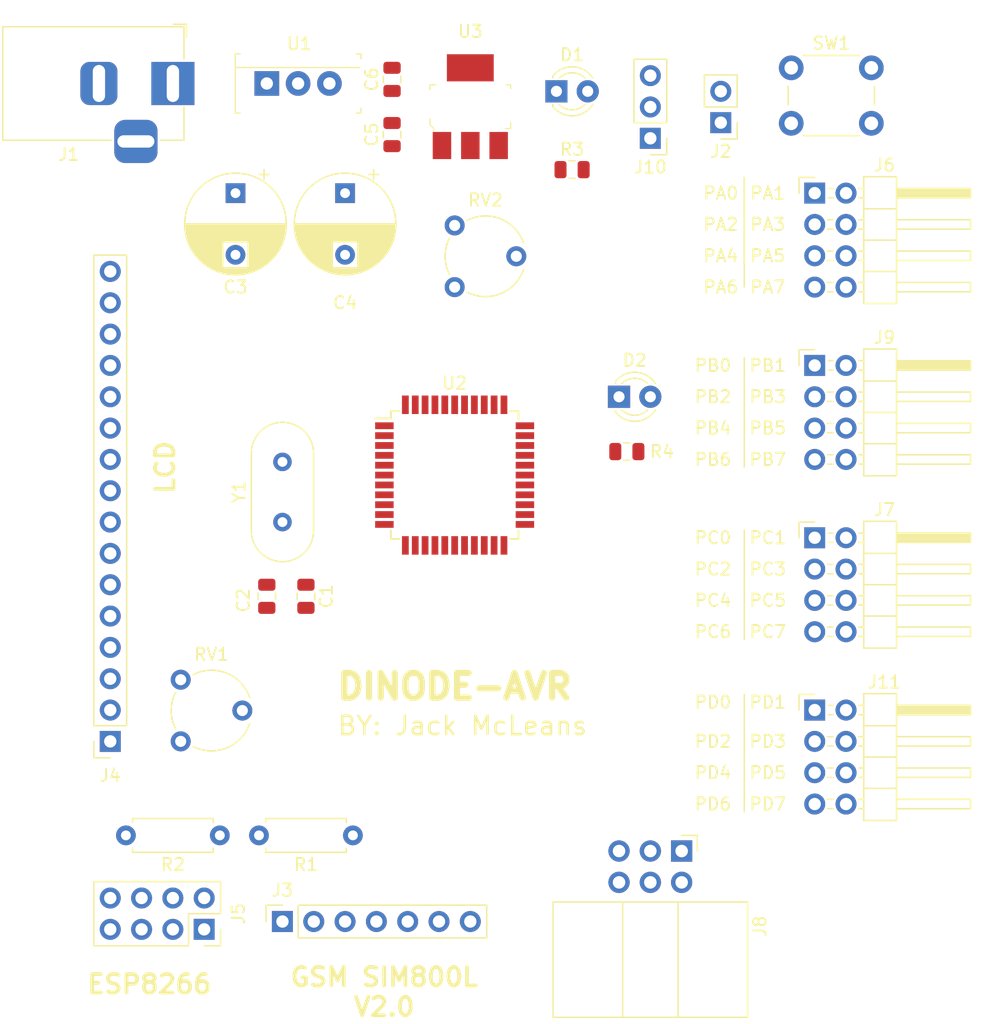
<source format=kicad_pcb>
(kicad_pcb (version 20171130) (host pcbnew "(5.1.2)-2")

  (general
    (thickness 1.6)
    (drawings 42)
    (tracks 0)
    (zones 0)
    (modules 30)
    (nets 52)
  )

  (page A4)
  (layers
    (0 F.Cu signal)
    (31 B.Cu signal)
    (32 B.Adhes user)
    (33 F.Adhes user)
    (34 B.Paste user)
    (35 F.Paste user)
    (36 B.SilkS user)
    (37 F.SilkS user)
    (38 B.Mask user)
    (39 F.Mask user)
    (40 Dwgs.User user)
    (41 Cmts.User user)
    (42 Eco1.User user)
    (43 Eco2.User user)
    (44 Edge.Cuts user)
    (45 Margin user)
    (46 B.CrtYd user)
    (47 F.CrtYd user)
    (48 B.Fab user)
    (49 F.Fab user)
  )

  (setup
    (last_trace_width 0.25)
    (trace_clearance 0.2)
    (zone_clearance 0.508)
    (zone_45_only no)
    (trace_min 0.2)
    (via_size 0.8)
    (via_drill 0.4)
    (via_min_size 0.4)
    (via_min_drill 0.3)
    (uvia_size 0.3)
    (uvia_drill 0.1)
    (uvias_allowed no)
    (uvia_min_size 0.2)
    (uvia_min_drill 0.1)
    (edge_width 0.05)
    (segment_width 0.2)
    (pcb_text_width 0.3)
    (pcb_text_size 1.5 1.5)
    (mod_edge_width 0.12)
    (mod_text_size 1 1)
    (mod_text_width 0.15)
    (pad_size 1.524 1.524)
    (pad_drill 0.762)
    (pad_to_mask_clearance 0.051)
    (solder_mask_min_width 0.25)
    (aux_axis_origin 0 0)
    (visible_elements 7FFFFFFF)
    (pcbplotparams
      (layerselection 0x010fc_ffffffff)
      (usegerberextensions false)
      (usegerberattributes false)
      (usegerberadvancedattributes false)
      (creategerberjobfile false)
      (excludeedgelayer true)
      (linewidth 0.100000)
      (plotframeref false)
      (viasonmask false)
      (mode 1)
      (useauxorigin false)
      (hpglpennumber 1)
      (hpglpenspeed 20)
      (hpglpendiameter 15.000000)
      (psnegative false)
      (psa4output false)
      (plotreference true)
      (plotvalue true)
      (plotinvisibletext false)
      (padsonsilk false)
      (subtractmaskfromsilk false)
      (outputformat 1)
      (mirror false)
      (drillshape 1)
      (scaleselection 1)
      (outputdirectory ""))
  )

  (net 0 "")
  (net 1 GND)
  (net 2 "Net-(C1-Pad1)")
  (net 3 "Net-(C2-Pad1)")
  (net 4 "Net-(C3-Pad1)")
  (net 5 RESET)
  (net 6 "Net-(D1-Pad1)")
  (net 7 "Net-(D2-Pad1)")
  (net 8 PC_7)
  (net 9 "Net-(J2-Pad1)")
  (net 10 "Net-(J3-Pad3)")
  (net 11 PD_0)
  (net 12 PD_1)
  (net 13 "Net-(J3-Pad7)")
  (net 14 PC_6)
  (net 15 PC_5)
  (net 16 PC_4)
  (net 17 PC_3)
  (net 18 PC_2)
  (net 19 PC_1)
  (net 20 PC_0)
  (net 21 PB_2)
  (net 22 PB_1)
  (net 23 PB_0)
  (net 24 VO)
  (net 25 ESP_RX)
  (net 26 +3V3)
  (net 27 "Net-(J5-Pad3)")
  (net 28 "Net-(J5-Pad5)")
  (net 29 PA_0)
  (net 30 PA_1)
  (net 31 PA_2)
  (net 32 PA_3)
  (net 33 PA_4)
  (net 34 PA_5)
  (net 35 PA_6)
  (net 36 PA_7)
  (net 37 PB_7)
  (net 38 MOSI)
  (net 39 PB_4)
  (net 40 PB_3)
  (net 41 A_REF)
  (net 42 PD_7)
  (net 43 PD_6)
  (net 44 PD_5)
  (net 45 PD_4)
  (net 46 PD_3)
  (net 47 PD_2)
  (net 48 MISO)
  (net 49 +5V)
  (net 50 "Net-(SW1-Pad2)")
  (net 51 "Net-(J5-Pad6)")

  (net_class Default "This is the default net class."
    (clearance 0.2)
    (trace_width 0.25)
    (via_dia 0.8)
    (via_drill 0.4)
    (uvia_dia 0.3)
    (uvia_drill 0.1)
    (add_net +3V3)
    (add_net +5V)
    (add_net A_REF)
    (add_net ESP_RX)
    (add_net GND)
    (add_net MISO)
    (add_net MOSI)
    (add_net "Net-(C1-Pad1)")
    (add_net "Net-(C2-Pad1)")
    (add_net "Net-(C3-Pad1)")
    (add_net "Net-(D1-Pad1)")
    (add_net "Net-(D2-Pad1)")
    (add_net "Net-(J2-Pad1)")
    (add_net "Net-(J3-Pad3)")
    (add_net "Net-(J3-Pad7)")
    (add_net "Net-(J5-Pad3)")
    (add_net "Net-(J5-Pad5)")
    (add_net "Net-(J5-Pad6)")
    (add_net "Net-(SW1-Pad2)")
    (add_net PA_0)
    (add_net PA_1)
    (add_net PA_2)
    (add_net PA_3)
    (add_net PA_4)
    (add_net PA_5)
    (add_net PA_6)
    (add_net PA_7)
    (add_net PB_0)
    (add_net PB_1)
    (add_net PB_2)
    (add_net PB_3)
    (add_net PB_4)
    (add_net PB_7)
    (add_net PC_0)
    (add_net PC_1)
    (add_net PC_2)
    (add_net PC_3)
    (add_net PC_4)
    (add_net PC_5)
    (add_net PC_6)
    (add_net PC_7)
    (add_net PD_0)
    (add_net PD_1)
    (add_net PD_2)
    (add_net PD_3)
    (add_net PD_4)
    (add_net PD_5)
    (add_net PD_6)
    (add_net PD_7)
    (add_net RESET)
    (add_net VO)
  )

  (module Capacitor_SMD:C_0805_2012Metric (layer F.Cu) (tedit 5B36C52B) (tstamp 5DD8AFDE)
    (at 111.125 94.9175 270)
    (descr "Capacitor SMD 0805 (2012 Metric), square (rectangular) end terminal, IPC_7351 nominal, (Body size source: https://docs.google.com/spreadsheets/d/1BsfQQcO9C6DZCsRaXUlFlo91Tg2WpOkGARC1WS5S8t0/edit?usp=sharing), generated with kicad-footprint-generator")
    (tags capacitor)
    (path /5DCE84E9)
    (attr smd)
    (fp_text reference C1 (at 0 -1.65 90) (layer F.SilkS)
      (effects (font (size 1 1) (thickness 0.15)))
    )
    (fp_text value 22pF (at 0.3325 -2.8425 90) (layer F.Fab)
      (effects (font (size 1 1) (thickness 0.15)))
    )
    (fp_text user %R (at 0 0 90) (layer F.Fab)
      (effects (font (size 0.5 0.5) (thickness 0.08)))
    )
    (fp_line (start 1.68 0.95) (end -1.68 0.95) (layer F.CrtYd) (width 0.05))
    (fp_line (start 1.68 -0.95) (end 1.68 0.95) (layer F.CrtYd) (width 0.05))
    (fp_line (start -1.68 -0.95) (end 1.68 -0.95) (layer F.CrtYd) (width 0.05))
    (fp_line (start -1.68 0.95) (end -1.68 -0.95) (layer F.CrtYd) (width 0.05))
    (fp_line (start -0.258578 0.71) (end 0.258578 0.71) (layer F.SilkS) (width 0.12))
    (fp_line (start -0.258578 -0.71) (end 0.258578 -0.71) (layer F.SilkS) (width 0.12))
    (fp_line (start 1 0.6) (end -1 0.6) (layer F.Fab) (width 0.1))
    (fp_line (start 1 -0.6) (end 1 0.6) (layer F.Fab) (width 0.1))
    (fp_line (start -1 -0.6) (end 1 -0.6) (layer F.Fab) (width 0.1))
    (fp_line (start -1 0.6) (end -1 -0.6) (layer F.Fab) (width 0.1))
    (pad 2 smd roundrect (at 0.9375 0 270) (size 0.975 1.4) (layers F.Cu F.Paste F.Mask) (roundrect_rratio 0.25)
      (net 1 GND))
    (pad 1 smd roundrect (at -0.9375 0 270) (size 0.975 1.4) (layers F.Cu F.Paste F.Mask) (roundrect_rratio 0.25)
      (net 2 "Net-(C1-Pad1)"))
    (model ${KISYS3DMOD}/Capacitor_SMD.3dshapes/C_0805_2012Metric.wrl
      (at (xyz 0 0 0))
      (scale (xyz 1 1 1))
      (rotate (xyz 0 0 0))
    )
  )

  (module Capacitor_SMD:C_0805_2012Metric (layer F.Cu) (tedit 5B36C52B) (tstamp 5DD90317)
    (at 107.95 94.9175 270)
    (descr "Capacitor SMD 0805 (2012 Metric), square (rectangular) end terminal, IPC_7351 nominal, (Body size source: https://docs.google.com/spreadsheets/d/1BsfQQcO9C6DZCsRaXUlFlo91Tg2WpOkGARC1WS5S8t0/edit?usp=sharing), generated with kicad-footprint-generator")
    (tags capacitor)
    (path /5DCE89B0)
    (attr smd)
    (fp_text reference C2 (at 0.3325 1.905 90) (layer F.SilkS)
      (effects (font (size 1 1) (thickness 0.15)))
    )
    (fp_text value 22pF (at -0.3025 3.175 90) (layer F.Fab)
      (effects (font (size 1 1) (thickness 0.15)))
    )
    (fp_line (start -1 0.6) (end -1 -0.6) (layer F.Fab) (width 0.1))
    (fp_line (start -1 -0.6) (end 1 -0.6) (layer F.Fab) (width 0.1))
    (fp_line (start 1 -0.6) (end 1 0.6) (layer F.Fab) (width 0.1))
    (fp_line (start 1 0.6) (end -1 0.6) (layer F.Fab) (width 0.1))
    (fp_line (start -0.258578 -0.71) (end 0.258578 -0.71) (layer F.SilkS) (width 0.12))
    (fp_line (start -0.258578 0.71) (end 0.258578 0.71) (layer F.SilkS) (width 0.12))
    (fp_line (start -1.68 0.95) (end -1.68 -0.95) (layer F.CrtYd) (width 0.05))
    (fp_line (start -1.68 -0.95) (end 1.68 -0.95) (layer F.CrtYd) (width 0.05))
    (fp_line (start 1.68 -0.95) (end 1.68 0.95) (layer F.CrtYd) (width 0.05))
    (fp_line (start 1.68 0.95) (end -1.68 0.95) (layer F.CrtYd) (width 0.05))
    (fp_text user %R (at 0 0 90) (layer F.Fab)
      (effects (font (size 0.5 0.5) (thickness 0.08)))
    )
    (pad 1 smd roundrect (at -0.9375 0 270) (size 0.975 1.4) (layers F.Cu F.Paste F.Mask) (roundrect_rratio 0.25)
      (net 3 "Net-(C2-Pad1)"))
    (pad 2 smd roundrect (at 0.9375 0 270) (size 0.975 1.4) (layers F.Cu F.Paste F.Mask) (roundrect_rratio 0.25)
      (net 1 GND))
    (model ${KISYS3DMOD}/Capacitor_SMD.3dshapes/C_0805_2012Metric.wrl
      (at (xyz 0 0 0))
      (scale (xyz 1 1 1))
      (rotate (xyz 0 0 0))
    )
  )

  (module Capacitor_THT:CP_Radial_D8.0mm_P5.00mm (layer F.Cu) (tedit 5AE50EF0) (tstamp 5DD8B098)
    (at 105.41 62.23 270)
    (descr "CP, Radial series, Radial, pin pitch=5.00mm, , diameter=8mm, Electrolytic Capacitor")
    (tags "CP Radial series Radial pin pitch 5.00mm  diameter 8mm Electrolytic Capacitor")
    (path /5DEDDB4E)
    (fp_text reference C3 (at 7.62 0 180) (layer F.SilkS)
      (effects (font (size 1 1) (thickness 0.15)))
    )
    (fp_text value 100uF (at -2.54 0 180) (layer F.Fab)
      (effects (font (size 1 1) (thickness 0.15)))
    )
    (fp_circle (center 2.5 0) (end 6.5 0) (layer F.Fab) (width 0.1))
    (fp_circle (center 2.5 0) (end 6.62 0) (layer F.SilkS) (width 0.12))
    (fp_circle (center 2.5 0) (end 6.75 0) (layer F.CrtYd) (width 0.05))
    (fp_line (start -0.926759 -1.7475) (end -0.126759 -1.7475) (layer F.Fab) (width 0.1))
    (fp_line (start -0.526759 -2.1475) (end -0.526759 -1.3475) (layer F.Fab) (width 0.1))
    (fp_line (start 2.5 -4.08) (end 2.5 4.08) (layer F.SilkS) (width 0.12))
    (fp_line (start 2.54 -4.08) (end 2.54 4.08) (layer F.SilkS) (width 0.12))
    (fp_line (start 2.58 -4.08) (end 2.58 4.08) (layer F.SilkS) (width 0.12))
    (fp_line (start 2.62 -4.079) (end 2.62 4.079) (layer F.SilkS) (width 0.12))
    (fp_line (start 2.66 -4.077) (end 2.66 4.077) (layer F.SilkS) (width 0.12))
    (fp_line (start 2.7 -4.076) (end 2.7 4.076) (layer F.SilkS) (width 0.12))
    (fp_line (start 2.74 -4.074) (end 2.74 4.074) (layer F.SilkS) (width 0.12))
    (fp_line (start 2.78 -4.071) (end 2.78 4.071) (layer F.SilkS) (width 0.12))
    (fp_line (start 2.82 -4.068) (end 2.82 4.068) (layer F.SilkS) (width 0.12))
    (fp_line (start 2.86 -4.065) (end 2.86 4.065) (layer F.SilkS) (width 0.12))
    (fp_line (start 2.9 -4.061) (end 2.9 4.061) (layer F.SilkS) (width 0.12))
    (fp_line (start 2.94 -4.057) (end 2.94 4.057) (layer F.SilkS) (width 0.12))
    (fp_line (start 2.98 -4.052) (end 2.98 4.052) (layer F.SilkS) (width 0.12))
    (fp_line (start 3.02 -4.048) (end 3.02 4.048) (layer F.SilkS) (width 0.12))
    (fp_line (start 3.06 -4.042) (end 3.06 4.042) (layer F.SilkS) (width 0.12))
    (fp_line (start 3.1 -4.037) (end 3.1 4.037) (layer F.SilkS) (width 0.12))
    (fp_line (start 3.14 -4.03) (end 3.14 4.03) (layer F.SilkS) (width 0.12))
    (fp_line (start 3.18 -4.024) (end 3.18 4.024) (layer F.SilkS) (width 0.12))
    (fp_line (start 3.221 -4.017) (end 3.221 4.017) (layer F.SilkS) (width 0.12))
    (fp_line (start 3.261 -4.01) (end 3.261 4.01) (layer F.SilkS) (width 0.12))
    (fp_line (start 3.301 -4.002) (end 3.301 4.002) (layer F.SilkS) (width 0.12))
    (fp_line (start 3.341 -3.994) (end 3.341 3.994) (layer F.SilkS) (width 0.12))
    (fp_line (start 3.381 -3.985) (end 3.381 3.985) (layer F.SilkS) (width 0.12))
    (fp_line (start 3.421 -3.976) (end 3.421 3.976) (layer F.SilkS) (width 0.12))
    (fp_line (start 3.461 -3.967) (end 3.461 3.967) (layer F.SilkS) (width 0.12))
    (fp_line (start 3.501 -3.957) (end 3.501 3.957) (layer F.SilkS) (width 0.12))
    (fp_line (start 3.541 -3.947) (end 3.541 3.947) (layer F.SilkS) (width 0.12))
    (fp_line (start 3.581 -3.936) (end 3.581 3.936) (layer F.SilkS) (width 0.12))
    (fp_line (start 3.621 -3.925) (end 3.621 3.925) (layer F.SilkS) (width 0.12))
    (fp_line (start 3.661 -3.914) (end 3.661 3.914) (layer F.SilkS) (width 0.12))
    (fp_line (start 3.701 -3.902) (end 3.701 3.902) (layer F.SilkS) (width 0.12))
    (fp_line (start 3.741 -3.889) (end 3.741 3.889) (layer F.SilkS) (width 0.12))
    (fp_line (start 3.781 -3.877) (end 3.781 3.877) (layer F.SilkS) (width 0.12))
    (fp_line (start 3.821 -3.863) (end 3.821 3.863) (layer F.SilkS) (width 0.12))
    (fp_line (start 3.861 -3.85) (end 3.861 3.85) (layer F.SilkS) (width 0.12))
    (fp_line (start 3.901 -3.835) (end 3.901 3.835) (layer F.SilkS) (width 0.12))
    (fp_line (start 3.941 -3.821) (end 3.941 3.821) (layer F.SilkS) (width 0.12))
    (fp_line (start 3.981 -3.805) (end 3.981 -1.04) (layer F.SilkS) (width 0.12))
    (fp_line (start 3.981 1.04) (end 3.981 3.805) (layer F.SilkS) (width 0.12))
    (fp_line (start 4.021 -3.79) (end 4.021 -1.04) (layer F.SilkS) (width 0.12))
    (fp_line (start 4.021 1.04) (end 4.021 3.79) (layer F.SilkS) (width 0.12))
    (fp_line (start 4.061 -3.774) (end 4.061 -1.04) (layer F.SilkS) (width 0.12))
    (fp_line (start 4.061 1.04) (end 4.061 3.774) (layer F.SilkS) (width 0.12))
    (fp_line (start 4.101 -3.757) (end 4.101 -1.04) (layer F.SilkS) (width 0.12))
    (fp_line (start 4.101 1.04) (end 4.101 3.757) (layer F.SilkS) (width 0.12))
    (fp_line (start 4.141 -3.74) (end 4.141 -1.04) (layer F.SilkS) (width 0.12))
    (fp_line (start 4.141 1.04) (end 4.141 3.74) (layer F.SilkS) (width 0.12))
    (fp_line (start 4.181 -3.722) (end 4.181 -1.04) (layer F.SilkS) (width 0.12))
    (fp_line (start 4.181 1.04) (end 4.181 3.722) (layer F.SilkS) (width 0.12))
    (fp_line (start 4.221 -3.704) (end 4.221 -1.04) (layer F.SilkS) (width 0.12))
    (fp_line (start 4.221 1.04) (end 4.221 3.704) (layer F.SilkS) (width 0.12))
    (fp_line (start 4.261 -3.686) (end 4.261 -1.04) (layer F.SilkS) (width 0.12))
    (fp_line (start 4.261 1.04) (end 4.261 3.686) (layer F.SilkS) (width 0.12))
    (fp_line (start 4.301 -3.666) (end 4.301 -1.04) (layer F.SilkS) (width 0.12))
    (fp_line (start 4.301 1.04) (end 4.301 3.666) (layer F.SilkS) (width 0.12))
    (fp_line (start 4.341 -3.647) (end 4.341 -1.04) (layer F.SilkS) (width 0.12))
    (fp_line (start 4.341 1.04) (end 4.341 3.647) (layer F.SilkS) (width 0.12))
    (fp_line (start 4.381 -3.627) (end 4.381 -1.04) (layer F.SilkS) (width 0.12))
    (fp_line (start 4.381 1.04) (end 4.381 3.627) (layer F.SilkS) (width 0.12))
    (fp_line (start 4.421 -3.606) (end 4.421 -1.04) (layer F.SilkS) (width 0.12))
    (fp_line (start 4.421 1.04) (end 4.421 3.606) (layer F.SilkS) (width 0.12))
    (fp_line (start 4.461 -3.584) (end 4.461 -1.04) (layer F.SilkS) (width 0.12))
    (fp_line (start 4.461 1.04) (end 4.461 3.584) (layer F.SilkS) (width 0.12))
    (fp_line (start 4.501 -3.562) (end 4.501 -1.04) (layer F.SilkS) (width 0.12))
    (fp_line (start 4.501 1.04) (end 4.501 3.562) (layer F.SilkS) (width 0.12))
    (fp_line (start 4.541 -3.54) (end 4.541 -1.04) (layer F.SilkS) (width 0.12))
    (fp_line (start 4.541 1.04) (end 4.541 3.54) (layer F.SilkS) (width 0.12))
    (fp_line (start 4.581 -3.517) (end 4.581 -1.04) (layer F.SilkS) (width 0.12))
    (fp_line (start 4.581 1.04) (end 4.581 3.517) (layer F.SilkS) (width 0.12))
    (fp_line (start 4.621 -3.493) (end 4.621 -1.04) (layer F.SilkS) (width 0.12))
    (fp_line (start 4.621 1.04) (end 4.621 3.493) (layer F.SilkS) (width 0.12))
    (fp_line (start 4.661 -3.469) (end 4.661 -1.04) (layer F.SilkS) (width 0.12))
    (fp_line (start 4.661 1.04) (end 4.661 3.469) (layer F.SilkS) (width 0.12))
    (fp_line (start 4.701 -3.444) (end 4.701 -1.04) (layer F.SilkS) (width 0.12))
    (fp_line (start 4.701 1.04) (end 4.701 3.444) (layer F.SilkS) (width 0.12))
    (fp_line (start 4.741 -3.418) (end 4.741 -1.04) (layer F.SilkS) (width 0.12))
    (fp_line (start 4.741 1.04) (end 4.741 3.418) (layer F.SilkS) (width 0.12))
    (fp_line (start 4.781 -3.392) (end 4.781 -1.04) (layer F.SilkS) (width 0.12))
    (fp_line (start 4.781 1.04) (end 4.781 3.392) (layer F.SilkS) (width 0.12))
    (fp_line (start 4.821 -3.365) (end 4.821 -1.04) (layer F.SilkS) (width 0.12))
    (fp_line (start 4.821 1.04) (end 4.821 3.365) (layer F.SilkS) (width 0.12))
    (fp_line (start 4.861 -3.338) (end 4.861 -1.04) (layer F.SilkS) (width 0.12))
    (fp_line (start 4.861 1.04) (end 4.861 3.338) (layer F.SilkS) (width 0.12))
    (fp_line (start 4.901 -3.309) (end 4.901 -1.04) (layer F.SilkS) (width 0.12))
    (fp_line (start 4.901 1.04) (end 4.901 3.309) (layer F.SilkS) (width 0.12))
    (fp_line (start 4.941 -3.28) (end 4.941 -1.04) (layer F.SilkS) (width 0.12))
    (fp_line (start 4.941 1.04) (end 4.941 3.28) (layer F.SilkS) (width 0.12))
    (fp_line (start 4.981 -3.25) (end 4.981 -1.04) (layer F.SilkS) (width 0.12))
    (fp_line (start 4.981 1.04) (end 4.981 3.25) (layer F.SilkS) (width 0.12))
    (fp_line (start 5.021 -3.22) (end 5.021 -1.04) (layer F.SilkS) (width 0.12))
    (fp_line (start 5.021 1.04) (end 5.021 3.22) (layer F.SilkS) (width 0.12))
    (fp_line (start 5.061 -3.189) (end 5.061 -1.04) (layer F.SilkS) (width 0.12))
    (fp_line (start 5.061 1.04) (end 5.061 3.189) (layer F.SilkS) (width 0.12))
    (fp_line (start 5.101 -3.156) (end 5.101 -1.04) (layer F.SilkS) (width 0.12))
    (fp_line (start 5.101 1.04) (end 5.101 3.156) (layer F.SilkS) (width 0.12))
    (fp_line (start 5.141 -3.124) (end 5.141 -1.04) (layer F.SilkS) (width 0.12))
    (fp_line (start 5.141 1.04) (end 5.141 3.124) (layer F.SilkS) (width 0.12))
    (fp_line (start 5.181 -3.09) (end 5.181 -1.04) (layer F.SilkS) (width 0.12))
    (fp_line (start 5.181 1.04) (end 5.181 3.09) (layer F.SilkS) (width 0.12))
    (fp_line (start 5.221 -3.055) (end 5.221 -1.04) (layer F.SilkS) (width 0.12))
    (fp_line (start 5.221 1.04) (end 5.221 3.055) (layer F.SilkS) (width 0.12))
    (fp_line (start 5.261 -3.019) (end 5.261 -1.04) (layer F.SilkS) (width 0.12))
    (fp_line (start 5.261 1.04) (end 5.261 3.019) (layer F.SilkS) (width 0.12))
    (fp_line (start 5.301 -2.983) (end 5.301 -1.04) (layer F.SilkS) (width 0.12))
    (fp_line (start 5.301 1.04) (end 5.301 2.983) (layer F.SilkS) (width 0.12))
    (fp_line (start 5.341 -2.945) (end 5.341 -1.04) (layer F.SilkS) (width 0.12))
    (fp_line (start 5.341 1.04) (end 5.341 2.945) (layer F.SilkS) (width 0.12))
    (fp_line (start 5.381 -2.907) (end 5.381 -1.04) (layer F.SilkS) (width 0.12))
    (fp_line (start 5.381 1.04) (end 5.381 2.907) (layer F.SilkS) (width 0.12))
    (fp_line (start 5.421 -2.867) (end 5.421 -1.04) (layer F.SilkS) (width 0.12))
    (fp_line (start 5.421 1.04) (end 5.421 2.867) (layer F.SilkS) (width 0.12))
    (fp_line (start 5.461 -2.826) (end 5.461 -1.04) (layer F.SilkS) (width 0.12))
    (fp_line (start 5.461 1.04) (end 5.461 2.826) (layer F.SilkS) (width 0.12))
    (fp_line (start 5.501 -2.784) (end 5.501 -1.04) (layer F.SilkS) (width 0.12))
    (fp_line (start 5.501 1.04) (end 5.501 2.784) (layer F.SilkS) (width 0.12))
    (fp_line (start 5.541 -2.741) (end 5.541 -1.04) (layer F.SilkS) (width 0.12))
    (fp_line (start 5.541 1.04) (end 5.541 2.741) (layer F.SilkS) (width 0.12))
    (fp_line (start 5.581 -2.697) (end 5.581 -1.04) (layer F.SilkS) (width 0.12))
    (fp_line (start 5.581 1.04) (end 5.581 2.697) (layer F.SilkS) (width 0.12))
    (fp_line (start 5.621 -2.651) (end 5.621 -1.04) (layer F.SilkS) (width 0.12))
    (fp_line (start 5.621 1.04) (end 5.621 2.651) (layer F.SilkS) (width 0.12))
    (fp_line (start 5.661 -2.604) (end 5.661 -1.04) (layer F.SilkS) (width 0.12))
    (fp_line (start 5.661 1.04) (end 5.661 2.604) (layer F.SilkS) (width 0.12))
    (fp_line (start 5.701 -2.556) (end 5.701 -1.04) (layer F.SilkS) (width 0.12))
    (fp_line (start 5.701 1.04) (end 5.701 2.556) (layer F.SilkS) (width 0.12))
    (fp_line (start 5.741 -2.505) (end 5.741 -1.04) (layer F.SilkS) (width 0.12))
    (fp_line (start 5.741 1.04) (end 5.741 2.505) (layer F.SilkS) (width 0.12))
    (fp_line (start 5.781 -2.454) (end 5.781 -1.04) (layer F.SilkS) (width 0.12))
    (fp_line (start 5.781 1.04) (end 5.781 2.454) (layer F.SilkS) (width 0.12))
    (fp_line (start 5.821 -2.4) (end 5.821 -1.04) (layer F.SilkS) (width 0.12))
    (fp_line (start 5.821 1.04) (end 5.821 2.4) (layer F.SilkS) (width 0.12))
    (fp_line (start 5.861 -2.345) (end 5.861 -1.04) (layer F.SilkS) (width 0.12))
    (fp_line (start 5.861 1.04) (end 5.861 2.345) (layer F.SilkS) (width 0.12))
    (fp_line (start 5.901 -2.287) (end 5.901 -1.04) (layer F.SilkS) (width 0.12))
    (fp_line (start 5.901 1.04) (end 5.901 2.287) (layer F.SilkS) (width 0.12))
    (fp_line (start 5.941 -2.228) (end 5.941 -1.04) (layer F.SilkS) (width 0.12))
    (fp_line (start 5.941 1.04) (end 5.941 2.228) (layer F.SilkS) (width 0.12))
    (fp_line (start 5.981 -2.166) (end 5.981 -1.04) (layer F.SilkS) (width 0.12))
    (fp_line (start 5.981 1.04) (end 5.981 2.166) (layer F.SilkS) (width 0.12))
    (fp_line (start 6.021 -2.102) (end 6.021 -1.04) (layer F.SilkS) (width 0.12))
    (fp_line (start 6.021 1.04) (end 6.021 2.102) (layer F.SilkS) (width 0.12))
    (fp_line (start 6.061 -2.034) (end 6.061 2.034) (layer F.SilkS) (width 0.12))
    (fp_line (start 6.101 -1.964) (end 6.101 1.964) (layer F.SilkS) (width 0.12))
    (fp_line (start 6.141 -1.89) (end 6.141 1.89) (layer F.SilkS) (width 0.12))
    (fp_line (start 6.181 -1.813) (end 6.181 1.813) (layer F.SilkS) (width 0.12))
    (fp_line (start 6.221 -1.731) (end 6.221 1.731) (layer F.SilkS) (width 0.12))
    (fp_line (start 6.261 -1.645) (end 6.261 1.645) (layer F.SilkS) (width 0.12))
    (fp_line (start 6.301 -1.552) (end 6.301 1.552) (layer F.SilkS) (width 0.12))
    (fp_line (start 6.341 -1.453) (end 6.341 1.453) (layer F.SilkS) (width 0.12))
    (fp_line (start 6.381 -1.346) (end 6.381 1.346) (layer F.SilkS) (width 0.12))
    (fp_line (start 6.421 -1.229) (end 6.421 1.229) (layer F.SilkS) (width 0.12))
    (fp_line (start 6.461 -1.098) (end 6.461 1.098) (layer F.SilkS) (width 0.12))
    (fp_line (start 6.501 -0.948) (end 6.501 0.948) (layer F.SilkS) (width 0.12))
    (fp_line (start 6.541 -0.768) (end 6.541 0.768) (layer F.SilkS) (width 0.12))
    (fp_line (start 6.581 -0.533) (end 6.581 0.533) (layer F.SilkS) (width 0.12))
    (fp_line (start -1.909698 -2.315) (end -1.109698 -2.315) (layer F.SilkS) (width 0.12))
    (fp_line (start -1.509698 -2.715) (end -1.509698 -1.915) (layer F.SilkS) (width 0.12))
    (fp_text user %R (at 2.5 0 90) (layer F.Fab)
      (effects (font (size 1 1) (thickness 0.15)))
    )
    (pad 1 thru_hole rect (at 0 0 270) (size 1.6 1.6) (drill 0.8) (layers *.Cu *.Mask)
      (net 4 "Net-(C3-Pad1)"))
    (pad 2 thru_hole circle (at 5 0 270) (size 1.6 1.6) (drill 0.8) (layers *.Cu *.Mask)
      (net 1 GND))
    (model ${KISYS3DMOD}/Capacitor_THT.3dshapes/CP_Radial_D8.0mm_P5.00mm.wrl
      (at (xyz 0 0 0))
      (scale (xyz 1 1 1))
      (rotate (xyz 0 0 0))
    )
  )

  (module Capacitor_THT:CP_Radial_D8.0mm_P5.00mm (layer F.Cu) (tedit 5AE50EF0) (tstamp 5DD8B141)
    (at 114.3 62.23 270)
    (descr "CP, Radial series, Radial, pin pitch=5.00mm, , diameter=8mm, Electrolytic Capacitor")
    (tags "CP Radial series Radial pin pitch 5.00mm  diameter 8mm Electrolytic Capacitor")
    (path /5DF0C9F6)
    (fp_text reference C4 (at 8.89 0 180) (layer F.SilkS)
      (effects (font (size 1 1) (thickness 0.15)))
    )
    (fp_text value 10uF (at -2.54 0 180) (layer F.Fab)
      (effects (font (size 1 1) (thickness 0.15)))
    )
    (fp_text user %R (at 2.5 0 90) (layer F.Fab)
      (effects (font (size 1 1) (thickness 0.15)))
    )
    (fp_line (start -1.509698 -2.715) (end -1.509698 -1.915) (layer F.SilkS) (width 0.12))
    (fp_line (start -1.909698 -2.315) (end -1.109698 -2.315) (layer F.SilkS) (width 0.12))
    (fp_line (start 6.581 -0.533) (end 6.581 0.533) (layer F.SilkS) (width 0.12))
    (fp_line (start 6.541 -0.768) (end 6.541 0.768) (layer F.SilkS) (width 0.12))
    (fp_line (start 6.501 -0.948) (end 6.501 0.948) (layer F.SilkS) (width 0.12))
    (fp_line (start 6.461 -1.098) (end 6.461 1.098) (layer F.SilkS) (width 0.12))
    (fp_line (start 6.421 -1.229) (end 6.421 1.229) (layer F.SilkS) (width 0.12))
    (fp_line (start 6.381 -1.346) (end 6.381 1.346) (layer F.SilkS) (width 0.12))
    (fp_line (start 6.341 -1.453) (end 6.341 1.453) (layer F.SilkS) (width 0.12))
    (fp_line (start 6.301 -1.552) (end 6.301 1.552) (layer F.SilkS) (width 0.12))
    (fp_line (start 6.261 -1.645) (end 6.261 1.645) (layer F.SilkS) (width 0.12))
    (fp_line (start 6.221 -1.731) (end 6.221 1.731) (layer F.SilkS) (width 0.12))
    (fp_line (start 6.181 -1.813) (end 6.181 1.813) (layer F.SilkS) (width 0.12))
    (fp_line (start 6.141 -1.89) (end 6.141 1.89) (layer F.SilkS) (width 0.12))
    (fp_line (start 6.101 -1.964) (end 6.101 1.964) (layer F.SilkS) (width 0.12))
    (fp_line (start 6.061 -2.034) (end 6.061 2.034) (layer F.SilkS) (width 0.12))
    (fp_line (start 6.021 1.04) (end 6.021 2.102) (layer F.SilkS) (width 0.12))
    (fp_line (start 6.021 -2.102) (end 6.021 -1.04) (layer F.SilkS) (width 0.12))
    (fp_line (start 5.981 1.04) (end 5.981 2.166) (layer F.SilkS) (width 0.12))
    (fp_line (start 5.981 -2.166) (end 5.981 -1.04) (layer F.SilkS) (width 0.12))
    (fp_line (start 5.941 1.04) (end 5.941 2.228) (layer F.SilkS) (width 0.12))
    (fp_line (start 5.941 -2.228) (end 5.941 -1.04) (layer F.SilkS) (width 0.12))
    (fp_line (start 5.901 1.04) (end 5.901 2.287) (layer F.SilkS) (width 0.12))
    (fp_line (start 5.901 -2.287) (end 5.901 -1.04) (layer F.SilkS) (width 0.12))
    (fp_line (start 5.861 1.04) (end 5.861 2.345) (layer F.SilkS) (width 0.12))
    (fp_line (start 5.861 -2.345) (end 5.861 -1.04) (layer F.SilkS) (width 0.12))
    (fp_line (start 5.821 1.04) (end 5.821 2.4) (layer F.SilkS) (width 0.12))
    (fp_line (start 5.821 -2.4) (end 5.821 -1.04) (layer F.SilkS) (width 0.12))
    (fp_line (start 5.781 1.04) (end 5.781 2.454) (layer F.SilkS) (width 0.12))
    (fp_line (start 5.781 -2.454) (end 5.781 -1.04) (layer F.SilkS) (width 0.12))
    (fp_line (start 5.741 1.04) (end 5.741 2.505) (layer F.SilkS) (width 0.12))
    (fp_line (start 5.741 -2.505) (end 5.741 -1.04) (layer F.SilkS) (width 0.12))
    (fp_line (start 5.701 1.04) (end 5.701 2.556) (layer F.SilkS) (width 0.12))
    (fp_line (start 5.701 -2.556) (end 5.701 -1.04) (layer F.SilkS) (width 0.12))
    (fp_line (start 5.661 1.04) (end 5.661 2.604) (layer F.SilkS) (width 0.12))
    (fp_line (start 5.661 -2.604) (end 5.661 -1.04) (layer F.SilkS) (width 0.12))
    (fp_line (start 5.621 1.04) (end 5.621 2.651) (layer F.SilkS) (width 0.12))
    (fp_line (start 5.621 -2.651) (end 5.621 -1.04) (layer F.SilkS) (width 0.12))
    (fp_line (start 5.581 1.04) (end 5.581 2.697) (layer F.SilkS) (width 0.12))
    (fp_line (start 5.581 -2.697) (end 5.581 -1.04) (layer F.SilkS) (width 0.12))
    (fp_line (start 5.541 1.04) (end 5.541 2.741) (layer F.SilkS) (width 0.12))
    (fp_line (start 5.541 -2.741) (end 5.541 -1.04) (layer F.SilkS) (width 0.12))
    (fp_line (start 5.501 1.04) (end 5.501 2.784) (layer F.SilkS) (width 0.12))
    (fp_line (start 5.501 -2.784) (end 5.501 -1.04) (layer F.SilkS) (width 0.12))
    (fp_line (start 5.461 1.04) (end 5.461 2.826) (layer F.SilkS) (width 0.12))
    (fp_line (start 5.461 -2.826) (end 5.461 -1.04) (layer F.SilkS) (width 0.12))
    (fp_line (start 5.421 1.04) (end 5.421 2.867) (layer F.SilkS) (width 0.12))
    (fp_line (start 5.421 -2.867) (end 5.421 -1.04) (layer F.SilkS) (width 0.12))
    (fp_line (start 5.381 1.04) (end 5.381 2.907) (layer F.SilkS) (width 0.12))
    (fp_line (start 5.381 -2.907) (end 5.381 -1.04) (layer F.SilkS) (width 0.12))
    (fp_line (start 5.341 1.04) (end 5.341 2.945) (layer F.SilkS) (width 0.12))
    (fp_line (start 5.341 -2.945) (end 5.341 -1.04) (layer F.SilkS) (width 0.12))
    (fp_line (start 5.301 1.04) (end 5.301 2.983) (layer F.SilkS) (width 0.12))
    (fp_line (start 5.301 -2.983) (end 5.301 -1.04) (layer F.SilkS) (width 0.12))
    (fp_line (start 5.261 1.04) (end 5.261 3.019) (layer F.SilkS) (width 0.12))
    (fp_line (start 5.261 -3.019) (end 5.261 -1.04) (layer F.SilkS) (width 0.12))
    (fp_line (start 5.221 1.04) (end 5.221 3.055) (layer F.SilkS) (width 0.12))
    (fp_line (start 5.221 -3.055) (end 5.221 -1.04) (layer F.SilkS) (width 0.12))
    (fp_line (start 5.181 1.04) (end 5.181 3.09) (layer F.SilkS) (width 0.12))
    (fp_line (start 5.181 -3.09) (end 5.181 -1.04) (layer F.SilkS) (width 0.12))
    (fp_line (start 5.141 1.04) (end 5.141 3.124) (layer F.SilkS) (width 0.12))
    (fp_line (start 5.141 -3.124) (end 5.141 -1.04) (layer F.SilkS) (width 0.12))
    (fp_line (start 5.101 1.04) (end 5.101 3.156) (layer F.SilkS) (width 0.12))
    (fp_line (start 5.101 -3.156) (end 5.101 -1.04) (layer F.SilkS) (width 0.12))
    (fp_line (start 5.061 1.04) (end 5.061 3.189) (layer F.SilkS) (width 0.12))
    (fp_line (start 5.061 -3.189) (end 5.061 -1.04) (layer F.SilkS) (width 0.12))
    (fp_line (start 5.021 1.04) (end 5.021 3.22) (layer F.SilkS) (width 0.12))
    (fp_line (start 5.021 -3.22) (end 5.021 -1.04) (layer F.SilkS) (width 0.12))
    (fp_line (start 4.981 1.04) (end 4.981 3.25) (layer F.SilkS) (width 0.12))
    (fp_line (start 4.981 -3.25) (end 4.981 -1.04) (layer F.SilkS) (width 0.12))
    (fp_line (start 4.941 1.04) (end 4.941 3.28) (layer F.SilkS) (width 0.12))
    (fp_line (start 4.941 -3.28) (end 4.941 -1.04) (layer F.SilkS) (width 0.12))
    (fp_line (start 4.901 1.04) (end 4.901 3.309) (layer F.SilkS) (width 0.12))
    (fp_line (start 4.901 -3.309) (end 4.901 -1.04) (layer F.SilkS) (width 0.12))
    (fp_line (start 4.861 1.04) (end 4.861 3.338) (layer F.SilkS) (width 0.12))
    (fp_line (start 4.861 -3.338) (end 4.861 -1.04) (layer F.SilkS) (width 0.12))
    (fp_line (start 4.821 1.04) (end 4.821 3.365) (layer F.SilkS) (width 0.12))
    (fp_line (start 4.821 -3.365) (end 4.821 -1.04) (layer F.SilkS) (width 0.12))
    (fp_line (start 4.781 1.04) (end 4.781 3.392) (layer F.SilkS) (width 0.12))
    (fp_line (start 4.781 -3.392) (end 4.781 -1.04) (layer F.SilkS) (width 0.12))
    (fp_line (start 4.741 1.04) (end 4.741 3.418) (layer F.SilkS) (width 0.12))
    (fp_line (start 4.741 -3.418) (end 4.741 -1.04) (layer F.SilkS) (width 0.12))
    (fp_line (start 4.701 1.04) (end 4.701 3.444) (layer F.SilkS) (width 0.12))
    (fp_line (start 4.701 -3.444) (end 4.701 -1.04) (layer F.SilkS) (width 0.12))
    (fp_line (start 4.661 1.04) (end 4.661 3.469) (layer F.SilkS) (width 0.12))
    (fp_line (start 4.661 -3.469) (end 4.661 -1.04) (layer F.SilkS) (width 0.12))
    (fp_line (start 4.621 1.04) (end 4.621 3.493) (layer F.SilkS) (width 0.12))
    (fp_line (start 4.621 -3.493) (end 4.621 -1.04) (layer F.SilkS) (width 0.12))
    (fp_line (start 4.581 1.04) (end 4.581 3.517) (layer F.SilkS) (width 0.12))
    (fp_line (start 4.581 -3.517) (end 4.581 -1.04) (layer F.SilkS) (width 0.12))
    (fp_line (start 4.541 1.04) (end 4.541 3.54) (layer F.SilkS) (width 0.12))
    (fp_line (start 4.541 -3.54) (end 4.541 -1.04) (layer F.SilkS) (width 0.12))
    (fp_line (start 4.501 1.04) (end 4.501 3.562) (layer F.SilkS) (width 0.12))
    (fp_line (start 4.501 -3.562) (end 4.501 -1.04) (layer F.SilkS) (width 0.12))
    (fp_line (start 4.461 1.04) (end 4.461 3.584) (layer F.SilkS) (width 0.12))
    (fp_line (start 4.461 -3.584) (end 4.461 -1.04) (layer F.SilkS) (width 0.12))
    (fp_line (start 4.421 1.04) (end 4.421 3.606) (layer F.SilkS) (width 0.12))
    (fp_line (start 4.421 -3.606) (end 4.421 -1.04) (layer F.SilkS) (width 0.12))
    (fp_line (start 4.381 1.04) (end 4.381 3.627) (layer F.SilkS) (width 0.12))
    (fp_line (start 4.381 -3.627) (end 4.381 -1.04) (layer F.SilkS) (width 0.12))
    (fp_line (start 4.341 1.04) (end 4.341 3.647) (layer F.SilkS) (width 0.12))
    (fp_line (start 4.341 -3.647) (end 4.341 -1.04) (layer F.SilkS) (width 0.12))
    (fp_line (start 4.301 1.04) (end 4.301 3.666) (layer F.SilkS) (width 0.12))
    (fp_line (start 4.301 -3.666) (end 4.301 -1.04) (layer F.SilkS) (width 0.12))
    (fp_line (start 4.261 1.04) (end 4.261 3.686) (layer F.SilkS) (width 0.12))
    (fp_line (start 4.261 -3.686) (end 4.261 -1.04) (layer F.SilkS) (width 0.12))
    (fp_line (start 4.221 1.04) (end 4.221 3.704) (layer F.SilkS) (width 0.12))
    (fp_line (start 4.221 -3.704) (end 4.221 -1.04) (layer F.SilkS) (width 0.12))
    (fp_line (start 4.181 1.04) (end 4.181 3.722) (layer F.SilkS) (width 0.12))
    (fp_line (start 4.181 -3.722) (end 4.181 -1.04) (layer F.SilkS) (width 0.12))
    (fp_line (start 4.141 1.04) (end 4.141 3.74) (layer F.SilkS) (width 0.12))
    (fp_line (start 4.141 -3.74) (end 4.141 -1.04) (layer F.SilkS) (width 0.12))
    (fp_line (start 4.101 1.04) (end 4.101 3.757) (layer F.SilkS) (width 0.12))
    (fp_line (start 4.101 -3.757) (end 4.101 -1.04) (layer F.SilkS) (width 0.12))
    (fp_line (start 4.061 1.04) (end 4.061 3.774) (layer F.SilkS) (width 0.12))
    (fp_line (start 4.061 -3.774) (end 4.061 -1.04) (layer F.SilkS) (width 0.12))
    (fp_line (start 4.021 1.04) (end 4.021 3.79) (layer F.SilkS) (width 0.12))
    (fp_line (start 4.021 -3.79) (end 4.021 -1.04) (layer F.SilkS) (width 0.12))
    (fp_line (start 3.981 1.04) (end 3.981 3.805) (layer F.SilkS) (width 0.12))
    (fp_line (start 3.981 -3.805) (end 3.981 -1.04) (layer F.SilkS) (width 0.12))
    (fp_line (start 3.941 -3.821) (end 3.941 3.821) (layer F.SilkS) (width 0.12))
    (fp_line (start 3.901 -3.835) (end 3.901 3.835) (layer F.SilkS) (width 0.12))
    (fp_line (start 3.861 -3.85) (end 3.861 3.85) (layer F.SilkS) (width 0.12))
    (fp_line (start 3.821 -3.863) (end 3.821 3.863) (layer F.SilkS) (width 0.12))
    (fp_line (start 3.781 -3.877) (end 3.781 3.877) (layer F.SilkS) (width 0.12))
    (fp_line (start 3.741 -3.889) (end 3.741 3.889) (layer F.SilkS) (width 0.12))
    (fp_line (start 3.701 -3.902) (end 3.701 3.902) (layer F.SilkS) (width 0.12))
    (fp_line (start 3.661 -3.914) (end 3.661 3.914) (layer F.SilkS) (width 0.12))
    (fp_line (start 3.621 -3.925) (end 3.621 3.925) (layer F.SilkS) (width 0.12))
    (fp_line (start 3.581 -3.936) (end 3.581 3.936) (layer F.SilkS) (width 0.12))
    (fp_line (start 3.541 -3.947) (end 3.541 3.947) (layer F.SilkS) (width 0.12))
    (fp_line (start 3.501 -3.957) (end 3.501 3.957) (layer F.SilkS) (width 0.12))
    (fp_line (start 3.461 -3.967) (end 3.461 3.967) (layer F.SilkS) (width 0.12))
    (fp_line (start 3.421 -3.976) (end 3.421 3.976) (layer F.SilkS) (width 0.12))
    (fp_line (start 3.381 -3.985) (end 3.381 3.985) (layer F.SilkS) (width 0.12))
    (fp_line (start 3.341 -3.994) (end 3.341 3.994) (layer F.SilkS) (width 0.12))
    (fp_line (start 3.301 -4.002) (end 3.301 4.002) (layer F.SilkS) (width 0.12))
    (fp_line (start 3.261 -4.01) (end 3.261 4.01) (layer F.SilkS) (width 0.12))
    (fp_line (start 3.221 -4.017) (end 3.221 4.017) (layer F.SilkS) (width 0.12))
    (fp_line (start 3.18 -4.024) (end 3.18 4.024) (layer F.SilkS) (width 0.12))
    (fp_line (start 3.14 -4.03) (end 3.14 4.03) (layer F.SilkS) (width 0.12))
    (fp_line (start 3.1 -4.037) (end 3.1 4.037) (layer F.SilkS) (width 0.12))
    (fp_line (start 3.06 -4.042) (end 3.06 4.042) (layer F.SilkS) (width 0.12))
    (fp_line (start 3.02 -4.048) (end 3.02 4.048) (layer F.SilkS) (width 0.12))
    (fp_line (start 2.98 -4.052) (end 2.98 4.052) (layer F.SilkS) (width 0.12))
    (fp_line (start 2.94 -4.057) (end 2.94 4.057) (layer F.SilkS) (width 0.12))
    (fp_line (start 2.9 -4.061) (end 2.9 4.061) (layer F.SilkS) (width 0.12))
    (fp_line (start 2.86 -4.065) (end 2.86 4.065) (layer F.SilkS) (width 0.12))
    (fp_line (start 2.82 -4.068) (end 2.82 4.068) (layer F.SilkS) (width 0.12))
    (fp_line (start 2.78 -4.071) (end 2.78 4.071) (layer F.SilkS) (width 0.12))
    (fp_line (start 2.74 -4.074) (end 2.74 4.074) (layer F.SilkS) (width 0.12))
    (fp_line (start 2.7 -4.076) (end 2.7 4.076) (layer F.SilkS) (width 0.12))
    (fp_line (start 2.66 -4.077) (end 2.66 4.077) (layer F.SilkS) (width 0.12))
    (fp_line (start 2.62 -4.079) (end 2.62 4.079) (layer F.SilkS) (width 0.12))
    (fp_line (start 2.58 -4.08) (end 2.58 4.08) (layer F.SilkS) (width 0.12))
    (fp_line (start 2.54 -4.08) (end 2.54 4.08) (layer F.SilkS) (width 0.12))
    (fp_line (start 2.5 -4.08) (end 2.5 4.08) (layer F.SilkS) (width 0.12))
    (fp_line (start -0.526759 -2.1475) (end -0.526759 -1.3475) (layer F.Fab) (width 0.1))
    (fp_line (start -0.926759 -1.7475) (end -0.126759 -1.7475) (layer F.Fab) (width 0.1))
    (fp_circle (center 2.5 0) (end 6.75 0) (layer F.CrtYd) (width 0.05))
    (fp_circle (center 2.5 0) (end 6.62 0) (layer F.SilkS) (width 0.12))
    (fp_circle (center 2.5 0) (end 6.5 0) (layer F.Fab) (width 0.1))
    (pad 2 thru_hole circle (at 5 0 270) (size 1.6 1.6) (drill 0.8) (layers *.Cu *.Mask)
      (net 1 GND))
    (pad 1 thru_hole rect (at 0 0 270) (size 1.6 1.6) (drill 0.8) (layers *.Cu *.Mask)
      (net 49 +5V))
    (model ${KISYS3DMOD}/Capacitor_THT.3dshapes/CP_Radial_D8.0mm_P5.00mm.wrl
      (at (xyz 0 0 0))
      (scale (xyz 1 1 1))
      (rotate (xyz 0 0 0))
    )
  )

  (module Capacitor_SMD:C_0805_2012Metric (layer F.Cu) (tedit 5B36C52B) (tstamp 5DD8D088)
    (at 118.11 57.4825 90)
    (descr "Capacitor SMD 0805 (2012 Metric), square (rectangular) end terminal, IPC_7351 nominal, (Body size source: https://docs.google.com/spreadsheets/d/1BsfQQcO9C6DZCsRaXUlFlo91Tg2WpOkGARC1WS5S8t0/edit?usp=sharing), generated with kicad-footprint-generator")
    (tags capacitor)
    (path /5DE69EF4)
    (attr smd)
    (fp_text reference C5 (at 0 -1.65 90) (layer F.SilkS)
      (effects (font (size 1 1) (thickness 0.15)))
    )
    (fp_text value 0.1uF (at 0 1.65 90) (layer F.Fab)
      (effects (font (size 1 1) (thickness 0.15)))
    )
    (fp_line (start -1 0.6) (end -1 -0.6) (layer F.Fab) (width 0.1))
    (fp_line (start -1 -0.6) (end 1 -0.6) (layer F.Fab) (width 0.1))
    (fp_line (start 1 -0.6) (end 1 0.6) (layer F.Fab) (width 0.1))
    (fp_line (start 1 0.6) (end -1 0.6) (layer F.Fab) (width 0.1))
    (fp_line (start -0.258578 -0.71) (end 0.258578 -0.71) (layer F.SilkS) (width 0.12))
    (fp_line (start -0.258578 0.71) (end 0.258578 0.71) (layer F.SilkS) (width 0.12))
    (fp_line (start -1.68 0.95) (end -1.68 -0.95) (layer F.CrtYd) (width 0.05))
    (fp_line (start -1.68 -0.95) (end 1.68 -0.95) (layer F.CrtYd) (width 0.05))
    (fp_line (start 1.68 -0.95) (end 1.68 0.95) (layer F.CrtYd) (width 0.05))
    (fp_line (start 1.68 0.95) (end -1.68 0.95) (layer F.CrtYd) (width 0.05))
    (fp_text user %R (at 0 0 90) (layer F.Fab)
      (effects (font (size 0.5 0.5) (thickness 0.08)))
    )
    (pad 1 smd roundrect (at -0.9375 0 90) (size 0.975 1.4) (layers F.Cu F.Paste F.Mask) (roundrect_rratio 0.25)
      (net 4 "Net-(C3-Pad1)"))
    (pad 2 smd roundrect (at 0.9375 0 90) (size 0.975 1.4) (layers F.Cu F.Paste F.Mask) (roundrect_rratio 0.25)
      (net 1 GND))
    (model ${KISYS3DMOD}/Capacitor_SMD.3dshapes/C_0805_2012Metric.wrl
      (at (xyz 0 0 0))
      (scale (xyz 1 1 1))
      (rotate (xyz 0 0 0))
    )
  )

  (module Capacitor_SMD:C_0805_2012Metric (layer F.Cu) (tedit 5B36C52B) (tstamp 5DD8CF74)
    (at 118.11 53.0075 90)
    (descr "Capacitor SMD 0805 (2012 Metric), square (rectangular) end terminal, IPC_7351 nominal, (Body size source: https://docs.google.com/spreadsheets/d/1BsfQQcO9C6DZCsRaXUlFlo91Tg2WpOkGARC1WS5S8t0/edit?usp=sharing), generated with kicad-footprint-generator")
    (tags capacitor)
    (path /5DE4E266)
    (attr smd)
    (fp_text reference C6 (at 0 -1.65 90) (layer F.SilkS)
      (effects (font (size 1 1) (thickness 0.15)))
    )
    (fp_text value 0.1uF (at 0 1.65 90) (layer F.Fab)
      (effects (font (size 1 1) (thickness 0.15)))
    )
    (fp_text user %R (at 0 0 90) (layer F.Fab)
      (effects (font (size 0.5 0.5) (thickness 0.08)))
    )
    (fp_line (start 1.68 0.95) (end -1.68 0.95) (layer F.CrtYd) (width 0.05))
    (fp_line (start 1.68 -0.95) (end 1.68 0.95) (layer F.CrtYd) (width 0.05))
    (fp_line (start -1.68 -0.95) (end 1.68 -0.95) (layer F.CrtYd) (width 0.05))
    (fp_line (start -1.68 0.95) (end -1.68 -0.95) (layer F.CrtYd) (width 0.05))
    (fp_line (start -0.258578 0.71) (end 0.258578 0.71) (layer F.SilkS) (width 0.12))
    (fp_line (start -0.258578 -0.71) (end 0.258578 -0.71) (layer F.SilkS) (width 0.12))
    (fp_line (start 1 0.6) (end -1 0.6) (layer F.Fab) (width 0.1))
    (fp_line (start 1 -0.6) (end 1 0.6) (layer F.Fab) (width 0.1))
    (fp_line (start -1 -0.6) (end 1 -0.6) (layer F.Fab) (width 0.1))
    (fp_line (start -1 0.6) (end -1 -0.6) (layer F.Fab) (width 0.1))
    (pad 2 smd roundrect (at 0.9375 0 90) (size 0.975 1.4) (layers F.Cu F.Paste F.Mask) (roundrect_rratio 0.25)
      (net 1 GND))
    (pad 1 smd roundrect (at -0.9375 0 90) (size 0.975 1.4) (layers F.Cu F.Paste F.Mask) (roundrect_rratio 0.25)
      (net 49 +5V))
    (model ${KISYS3DMOD}/Capacitor_SMD.3dshapes/C_0805_2012Metric.wrl
      (at (xyz 0 0 0))
      (scale (xyz 1 1 1))
      (rotate (xyz 0 0 0))
    )
  )

  (module LED_THT:LED_D3.0mm (layer F.Cu) (tedit 587A3A7B) (tstamp 5DD8B176)
    (at 131.445 53.975)
    (descr "LED, diameter 3.0mm, 2 pins")
    (tags "LED diameter 3.0mm 2 pins")
    (path /5DCF39B0)
    (fp_text reference D1 (at 1.27 -2.96) (layer F.SilkS)
      (effects (font (size 1 1) (thickness 0.15)))
    )
    (fp_text value LED (at 1.27 2.96) (layer F.Fab)
      (effects (font (size 1 1) (thickness 0.15)))
    )
    (fp_line (start 3.7 -2.25) (end -1.15 -2.25) (layer F.CrtYd) (width 0.05))
    (fp_line (start 3.7 2.25) (end 3.7 -2.25) (layer F.CrtYd) (width 0.05))
    (fp_line (start -1.15 2.25) (end 3.7 2.25) (layer F.CrtYd) (width 0.05))
    (fp_line (start -1.15 -2.25) (end -1.15 2.25) (layer F.CrtYd) (width 0.05))
    (fp_line (start -0.29 1.08) (end -0.29 1.236) (layer F.SilkS) (width 0.12))
    (fp_line (start -0.29 -1.236) (end -0.29 -1.08) (layer F.SilkS) (width 0.12))
    (fp_line (start -0.23 -1.16619) (end -0.23 1.16619) (layer F.Fab) (width 0.1))
    (fp_circle (center 1.27 0) (end 2.77 0) (layer F.Fab) (width 0.1))
    (fp_arc (start 1.27 0) (end 0.229039 1.08) (angle -87.9) (layer F.SilkS) (width 0.12))
    (fp_arc (start 1.27 0) (end 0.229039 -1.08) (angle 87.9) (layer F.SilkS) (width 0.12))
    (fp_arc (start 1.27 0) (end -0.29 1.235516) (angle -108.8) (layer F.SilkS) (width 0.12))
    (fp_arc (start 1.27 0) (end -0.29 -1.235516) (angle 108.8) (layer F.SilkS) (width 0.12))
    (fp_arc (start 1.27 0) (end -0.23 -1.16619) (angle 284.3) (layer F.Fab) (width 0.1))
    (pad 2 thru_hole circle (at 2.54 0) (size 1.8 1.8) (drill 0.9) (layers *.Cu *.Mask)
      (net 49 +5V))
    (pad 1 thru_hole rect (at 0 0) (size 1.8 1.8) (drill 0.9) (layers *.Cu *.Mask)
      (net 6 "Net-(D1-Pad1)"))
    (model ${KISYS3DMOD}/LED_THT.3dshapes/LED_D3.0mm.wrl
      (at (xyz 0 0 0))
      (scale (xyz 1 1 1))
      (rotate (xyz 0 0 0))
    )
  )

  (module LED_THT:LED_D3.0mm (layer F.Cu) (tedit 587A3A7B) (tstamp 5DD8B189)
    (at 136.525 78.74)
    (descr "LED, diameter 3.0mm, 2 pins")
    (tags "LED diameter 3.0mm 2 pins")
    (path /5DE48D76)
    (fp_text reference D2 (at 1.27 -2.96) (layer F.SilkS)
      (effects (font (size 1 1) (thickness 0.15)))
    )
    (fp_text value LED (at 5.08 0.635 90) (layer F.Fab)
      (effects (font (size 1 1) (thickness 0.15)))
    )
    (fp_arc (start 1.27 0) (end -0.23 -1.16619) (angle 284.3) (layer F.Fab) (width 0.1))
    (fp_arc (start 1.27 0) (end -0.29 -1.235516) (angle 108.8) (layer F.SilkS) (width 0.12))
    (fp_arc (start 1.27 0) (end -0.29 1.235516) (angle -108.8) (layer F.SilkS) (width 0.12))
    (fp_arc (start 1.27 0) (end 0.229039 -1.08) (angle 87.9) (layer F.SilkS) (width 0.12))
    (fp_arc (start 1.27 0) (end 0.229039 1.08) (angle -87.9) (layer F.SilkS) (width 0.12))
    (fp_circle (center 1.27 0) (end 2.77 0) (layer F.Fab) (width 0.1))
    (fp_line (start -0.23 -1.16619) (end -0.23 1.16619) (layer F.Fab) (width 0.1))
    (fp_line (start -0.29 -1.236) (end -0.29 -1.08) (layer F.SilkS) (width 0.12))
    (fp_line (start -0.29 1.08) (end -0.29 1.236) (layer F.SilkS) (width 0.12))
    (fp_line (start -1.15 -2.25) (end -1.15 2.25) (layer F.CrtYd) (width 0.05))
    (fp_line (start -1.15 2.25) (end 3.7 2.25) (layer F.CrtYd) (width 0.05))
    (fp_line (start 3.7 2.25) (end 3.7 -2.25) (layer F.CrtYd) (width 0.05))
    (fp_line (start 3.7 -2.25) (end -1.15 -2.25) (layer F.CrtYd) (width 0.05))
    (pad 1 thru_hole rect (at 0 0) (size 1.8 1.8) (drill 0.9) (layers *.Cu *.Mask)
      (net 7 "Net-(D2-Pad1)"))
    (pad 2 thru_hole circle (at 2.54 0) (size 1.8 1.8) (drill 0.9) (layers *.Cu *.Mask)
      (net 44 PD_5))
    (model ${KISYS3DMOD}/LED_THT.3dshapes/LED_D3.0mm.wrl
      (at (xyz 0 0 0))
      (scale (xyz 1 1 1))
      (rotate (xyz 0 0 0))
    )
  )

  (module Connector_PinHeader_2.54mm:PinHeader_1x02_P2.54mm_Vertical (layer F.Cu) (tedit 59FED5CC) (tstamp 5DD8B1BC)
    (at 144.78 56.515 180)
    (descr "Through hole straight pin header, 1x02, 2.54mm pitch, single row")
    (tags "Through hole pin header THT 1x02 2.54mm single row")
    (path /5DCED46A)
    (fp_text reference J2 (at 0 -2.33) (layer F.SilkS)
      (effects (font (size 1 1) (thickness 0.15)))
    )
    (fp_text value Conn_01x02_Male (at -3.175 3.175 90) (layer F.Fab)
      (effects (font (size 1 1) (thickness 0.15)))
    )
    (fp_line (start -0.635 -1.27) (end 1.27 -1.27) (layer F.Fab) (width 0.1))
    (fp_line (start 1.27 -1.27) (end 1.27 3.81) (layer F.Fab) (width 0.1))
    (fp_line (start 1.27 3.81) (end -1.27 3.81) (layer F.Fab) (width 0.1))
    (fp_line (start -1.27 3.81) (end -1.27 -0.635) (layer F.Fab) (width 0.1))
    (fp_line (start -1.27 -0.635) (end -0.635 -1.27) (layer F.Fab) (width 0.1))
    (fp_line (start -1.33 3.87) (end 1.33 3.87) (layer F.SilkS) (width 0.12))
    (fp_line (start -1.33 1.27) (end -1.33 3.87) (layer F.SilkS) (width 0.12))
    (fp_line (start 1.33 1.27) (end 1.33 3.87) (layer F.SilkS) (width 0.12))
    (fp_line (start -1.33 1.27) (end 1.33 1.27) (layer F.SilkS) (width 0.12))
    (fp_line (start -1.33 0) (end -1.33 -1.33) (layer F.SilkS) (width 0.12))
    (fp_line (start -1.33 -1.33) (end 0 -1.33) (layer F.SilkS) (width 0.12))
    (fp_line (start -1.8 -1.8) (end -1.8 4.35) (layer F.CrtYd) (width 0.05))
    (fp_line (start -1.8 4.35) (end 1.8 4.35) (layer F.CrtYd) (width 0.05))
    (fp_line (start 1.8 4.35) (end 1.8 -1.8) (layer F.CrtYd) (width 0.05))
    (fp_line (start 1.8 -1.8) (end -1.8 -1.8) (layer F.CrtYd) (width 0.05))
    (fp_text user %R (at 0 1.27 90) (layer F.Fab)
      (effects (font (size 1 1) (thickness 0.15)))
    )
    (pad 1 thru_hole rect (at 0 0 180) (size 1.7 1.7) (drill 1) (layers *.Cu *.Mask)
      (net 9 "Net-(J2-Pad1)"))
    (pad 2 thru_hole oval (at 0 2.54 180) (size 1.7 1.7) (drill 1) (layers *.Cu *.Mask)
      (net 49 +5V))
    (model ${KISYS3DMOD}/Connector_PinHeader_2.54mm.3dshapes/PinHeader_1x02_P2.54mm_Vertical.wrl
      (at (xyz 0 0 0))
      (scale (xyz 1 1 1))
      (rotate (xyz 0 0 0))
    )
  )

  (module Connector_PinSocket_2.54mm:PinSocket_1x07_P2.54mm_Vertical (layer F.Cu) (tedit 5A19A433) (tstamp 5DD90B01)
    (at 109.22 121.285 90)
    (descr "Through hole straight socket strip, 1x07, 2.54mm pitch, single row (from Kicad 4.0.7), script generated")
    (tags "Through hole socket strip THT 1x07 2.54mm single row")
    (path /5DE56732)
    (fp_text reference J3 (at 2.54 0 180) (layer F.SilkS)
      (effects (font (size 1 1) (thickness 0.15)))
    )
    (fp_text value Conn_01x07 (at -2.54 10.795 180) (layer F.Fab)
      (effects (font (size 1 1) (thickness 0.15)))
    )
    (fp_line (start -1.27 -1.27) (end 0.635 -1.27) (layer F.Fab) (width 0.1))
    (fp_line (start 0.635 -1.27) (end 1.27 -0.635) (layer F.Fab) (width 0.1))
    (fp_line (start 1.27 -0.635) (end 1.27 16.51) (layer F.Fab) (width 0.1))
    (fp_line (start 1.27 16.51) (end -1.27 16.51) (layer F.Fab) (width 0.1))
    (fp_line (start -1.27 16.51) (end -1.27 -1.27) (layer F.Fab) (width 0.1))
    (fp_line (start -1.33 1.27) (end 1.33 1.27) (layer F.SilkS) (width 0.12))
    (fp_line (start -1.33 1.27) (end -1.33 16.57) (layer F.SilkS) (width 0.12))
    (fp_line (start -1.33 16.57) (end 1.33 16.57) (layer F.SilkS) (width 0.12))
    (fp_line (start 1.33 1.27) (end 1.33 16.57) (layer F.SilkS) (width 0.12))
    (fp_line (start 1.33 -1.33) (end 1.33 0) (layer F.SilkS) (width 0.12))
    (fp_line (start 0 -1.33) (end 1.33 -1.33) (layer F.SilkS) (width 0.12))
    (fp_line (start -1.8 -1.8) (end 1.75 -1.8) (layer F.CrtYd) (width 0.05))
    (fp_line (start 1.75 -1.8) (end 1.75 17) (layer F.CrtYd) (width 0.05))
    (fp_line (start 1.75 17) (end -1.8 17) (layer F.CrtYd) (width 0.05))
    (fp_line (start -1.8 17) (end -1.8 -1.8) (layer F.CrtYd) (width 0.05))
    (fp_text user %R (at 0 7.62) (layer F.Fab)
      (effects (font (size 1 1) (thickness 0.15)))
    )
    (pad 1 thru_hole rect (at 0 0 90) (size 1.7 1.7) (drill 1) (layers *.Cu *.Mask)
      (net 49 +5V))
    (pad 2 thru_hole oval (at 0 2.54 90) (size 1.7 1.7) (drill 1) (layers *.Cu *.Mask)
      (net 1 GND))
    (pad 3 thru_hole oval (at 0 5.08 90) (size 1.7 1.7) (drill 1) (layers *.Cu *.Mask)
      (net 10 "Net-(J3-Pad3)"))
    (pad 4 thru_hole oval (at 0 7.62 90) (size 1.7 1.7) (drill 1) (layers *.Cu *.Mask)
      (net 11 PD_0))
    (pad 5 thru_hole oval (at 0 10.16 90) (size 1.7 1.7) (drill 1) (layers *.Cu *.Mask)
      (net 12 PD_1))
    (pad 6 thru_hole oval (at 0 12.7 90) (size 1.7 1.7) (drill 1) (layers *.Cu *.Mask)
      (net 1 GND))
    (pad 7 thru_hole oval (at 0 15.24 90) (size 1.7 1.7) (drill 1) (layers *.Cu *.Mask)
      (net 13 "Net-(J3-Pad7)"))
    (model ${KISYS3DMOD}/Connector_PinSocket_2.54mm.3dshapes/PinSocket_1x07_P2.54mm_Vertical.wrl
      (at (xyz 0 0 0))
      (scale (xyz 1 1 1))
      (rotate (xyz 0 0 0))
    )
  )

  (module Connector_PinSocket_2.54mm:PinSocket_1x16_P2.54mm_Vertical (layer F.Cu) (tedit 5A19A41E) (tstamp 5DD8B1FB)
    (at 95.25 106.68 180)
    (descr "Through hole straight socket strip, 1x16, 2.54mm pitch, single row (from Kicad 4.0.7), script generated")
    (tags "Through hole socket strip THT 1x16 2.54mm single row")
    (path /5DD6BB01)
    (fp_text reference J4 (at 0 -2.77) (layer F.SilkS)
      (effects (font (size 1 1) (thickness 0.15)))
    )
    (fp_text value Conn_01x16 (at 0 40.87) (layer F.Fab)
      (effects (font (size 1 1) (thickness 0.15)))
    )
    (fp_line (start -1.27 -1.27) (end 0.635 -1.27) (layer F.Fab) (width 0.1))
    (fp_line (start 0.635 -1.27) (end 1.27 -0.635) (layer F.Fab) (width 0.1))
    (fp_line (start 1.27 -0.635) (end 1.27 39.37) (layer F.Fab) (width 0.1))
    (fp_line (start 1.27 39.37) (end -1.27 39.37) (layer F.Fab) (width 0.1))
    (fp_line (start -1.27 39.37) (end -1.27 -1.27) (layer F.Fab) (width 0.1))
    (fp_line (start -1.33 1.27) (end 1.33 1.27) (layer F.SilkS) (width 0.12))
    (fp_line (start -1.33 1.27) (end -1.33 39.43) (layer F.SilkS) (width 0.12))
    (fp_line (start -1.33 39.43) (end 1.33 39.43) (layer F.SilkS) (width 0.12))
    (fp_line (start 1.33 1.27) (end 1.33 39.43) (layer F.SilkS) (width 0.12))
    (fp_line (start 1.33 -1.33) (end 1.33 0) (layer F.SilkS) (width 0.12))
    (fp_line (start 0 -1.33) (end 1.33 -1.33) (layer F.SilkS) (width 0.12))
    (fp_line (start -1.8 -1.8) (end 1.75 -1.8) (layer F.CrtYd) (width 0.05))
    (fp_line (start 1.75 -1.8) (end 1.75 39.9) (layer F.CrtYd) (width 0.05))
    (fp_line (start 1.75 39.9) (end -1.8 39.9) (layer F.CrtYd) (width 0.05))
    (fp_line (start -1.8 39.9) (end -1.8 -1.8) (layer F.CrtYd) (width 0.05))
    (fp_text user %R (at 0 19.05 90) (layer F.Fab)
      (effects (font (size 1 1) (thickness 0.15)))
    )
    (pad 1 thru_hole rect (at 0 0 180) (size 1.7 1.7) (drill 1) (layers *.Cu *.Mask)
      (net 1 GND))
    (pad 2 thru_hole oval (at 0 2.54 180) (size 1.7 1.7) (drill 1) (layers *.Cu *.Mask)
      (net 49 +5V))
    (pad 3 thru_hole oval (at 0 5.08 180) (size 1.7 1.7) (drill 1) (layers *.Cu *.Mask)
      (net 8 PC_7))
    (pad 4 thru_hole oval (at 0 7.62 180) (size 1.7 1.7) (drill 1) (layers *.Cu *.Mask)
      (net 14 PC_6))
    (pad 5 thru_hole oval (at 0 10.16 180) (size 1.7 1.7) (drill 1) (layers *.Cu *.Mask)
      (net 15 PC_5))
    (pad 6 thru_hole oval (at 0 12.7 180) (size 1.7 1.7) (drill 1) (layers *.Cu *.Mask)
      (net 16 PC_4))
    (pad 7 thru_hole oval (at 0 15.24 180) (size 1.7 1.7) (drill 1) (layers *.Cu *.Mask)
      (net 17 PC_3))
    (pad 8 thru_hole oval (at 0 17.78 180) (size 1.7 1.7) (drill 1) (layers *.Cu *.Mask)
      (net 18 PC_2))
    (pad 9 thru_hole oval (at 0 20.32 180) (size 1.7 1.7) (drill 1) (layers *.Cu *.Mask)
      (net 19 PC_1))
    (pad 10 thru_hole oval (at 0 22.86 180) (size 1.7 1.7) (drill 1) (layers *.Cu *.Mask)
      (net 20 PC_0))
    (pad 11 thru_hole oval (at 0 25.4 180) (size 1.7 1.7) (drill 1) (layers *.Cu *.Mask)
      (net 21 PB_2))
    (pad 12 thru_hole oval (at 0 27.94 180) (size 1.7 1.7) (drill 1) (layers *.Cu *.Mask)
      (net 22 PB_1))
    (pad 13 thru_hole oval (at 0 30.48 180) (size 1.7 1.7) (drill 1) (layers *.Cu *.Mask)
      (net 23 PB_0))
    (pad 14 thru_hole oval (at 0 33.02 180) (size 1.7 1.7) (drill 1) (layers *.Cu *.Mask)
      (net 24 VO))
    (pad 15 thru_hole oval (at 0 35.56 180) (size 1.7 1.7) (drill 1) (layers *.Cu *.Mask)
      (net 49 +5V))
    (pad 16 thru_hole oval (at 0 38.1 180) (size 1.7 1.7) (drill 1) (layers *.Cu *.Mask)
      (net 1 GND))
    (model ${KISYS3DMOD}/Connector_PinSocket_2.54mm.3dshapes/PinSocket_1x16_P2.54mm_Vertical.wrl
      (at (xyz 0 0 0))
      (scale (xyz 1 1 1))
      (rotate (xyz 0 0 0))
    )
  )

  (module Connector_PinSocket_2.54mm:PinSocket_2x04_P2.54mm_Vertical (layer F.Cu) (tedit 5A19A422) (tstamp 5DD8B219)
    (at 102.87 121.92 270)
    (descr "Through hole straight socket strip, 2x04, 2.54mm pitch, double cols (from Kicad 4.0.7), script generated")
    (tags "Through hole socket strip THT 2x04 2.54mm double row")
    (path /5DD2E808)
    (fp_text reference J5 (at -1.27 -2.77 90) (layer F.SilkS)
      (effects (font (size 1 1) (thickness 0.15)))
    )
    (fp_text value Conn_02x04_Odd_Even (at 2.54 4.445 180) (layer F.Fab)
      (effects (font (size 1 1) (thickness 0.15)))
    )
    (fp_line (start -3.81 -1.27) (end 0.27 -1.27) (layer F.Fab) (width 0.1))
    (fp_line (start 0.27 -1.27) (end 1.27 -0.27) (layer F.Fab) (width 0.1))
    (fp_line (start 1.27 -0.27) (end 1.27 8.89) (layer F.Fab) (width 0.1))
    (fp_line (start 1.27 8.89) (end -3.81 8.89) (layer F.Fab) (width 0.1))
    (fp_line (start -3.81 8.89) (end -3.81 -1.27) (layer F.Fab) (width 0.1))
    (fp_line (start -3.87 -1.33) (end -1.27 -1.33) (layer F.SilkS) (width 0.12))
    (fp_line (start -3.87 -1.33) (end -3.87 8.95) (layer F.SilkS) (width 0.12))
    (fp_line (start -3.87 8.95) (end 1.33 8.95) (layer F.SilkS) (width 0.12))
    (fp_line (start 1.33 1.27) (end 1.33 8.95) (layer F.SilkS) (width 0.12))
    (fp_line (start -1.27 1.27) (end 1.33 1.27) (layer F.SilkS) (width 0.12))
    (fp_line (start -1.27 -1.33) (end -1.27 1.27) (layer F.SilkS) (width 0.12))
    (fp_line (start 1.33 -1.33) (end 1.33 0) (layer F.SilkS) (width 0.12))
    (fp_line (start 0 -1.33) (end 1.33 -1.33) (layer F.SilkS) (width 0.12))
    (fp_line (start -4.34 -1.8) (end 1.76 -1.8) (layer F.CrtYd) (width 0.05))
    (fp_line (start 1.76 -1.8) (end 1.76 9.4) (layer F.CrtYd) (width 0.05))
    (fp_line (start 1.76 9.4) (end -4.34 9.4) (layer F.CrtYd) (width 0.05))
    (fp_line (start -4.34 9.4) (end -4.34 -1.8) (layer F.CrtYd) (width 0.05))
    (fp_text user %R (at -1.27 3.81) (layer F.Fab)
      (effects (font (size 1 1) (thickness 0.15)))
    )
    (pad 1 thru_hole rect (at 0 0 270) (size 1.7 1.7) (drill 1) (layers *.Cu *.Mask)
      (net 1 GND))
    (pad 2 thru_hole oval (at -2.54 0 270) (size 1.7 1.7) (drill 1) (layers *.Cu *.Mask)
      (net 11 PD_0))
    (pad 3 thru_hole oval (at 0 2.54 270) (size 1.7 1.7) (drill 1) (layers *.Cu *.Mask)
      (net 27 "Net-(J5-Pad3)"))
    (pad 4 thru_hole oval (at -2.54 2.54 270) (size 1.7 1.7) (drill 1) (layers *.Cu *.Mask)
      (net 26 +3V3))
    (pad 5 thru_hole oval (at 0 5.08 270) (size 1.7 1.7) (drill 1) (layers *.Cu *.Mask)
      (net 28 "Net-(J5-Pad5)"))
    (pad 6 thru_hole oval (at -2.54 5.08 270) (size 1.7 1.7) (drill 1) (layers *.Cu *.Mask)
      (net 51 "Net-(J5-Pad6)"))
    (pad 7 thru_hole oval (at 0 7.62 270) (size 1.7 1.7) (drill 1) (layers *.Cu *.Mask)
      (net 25 ESP_RX))
    (pad 8 thru_hole oval (at -2.54 7.62 270) (size 1.7 1.7) (drill 1) (layers *.Cu *.Mask)
      (net 26 +3V3))
    (model ${KISYS3DMOD}/Connector_PinSocket_2.54mm.3dshapes/PinSocket_2x04_P2.54mm_Vertical.wrl
      (at (xyz 0 0 0))
      (scale (xyz 1 1 1))
      (rotate (xyz 0 0 0))
    )
  )

  (module Connector_PinHeader_2.54mm:PinHeader_2x04_P2.54mm_Horizontal (layer F.Cu) (tedit 59FED5CB) (tstamp 5DD8B272)
    (at 152.4 62.23)
    (descr "Through hole angled pin header, 2x04, 2.54mm pitch, 6mm pin length, double rows")
    (tags "Through hole angled pin header THT 2x04 2.54mm double row")
    (path /5DD2F896)
    (fp_text reference J6 (at 5.655 -2.27) (layer F.SilkS)
      (effects (font (size 1 1) (thickness 0.15)))
    )
    (fp_text value Conn_02x04_Odd_Even (at 5.655 9.89) (layer F.Fab)
      (effects (font (size 1 1) (thickness 0.15)))
    )
    (fp_line (start 4.675 -1.27) (end 6.58 -1.27) (layer F.Fab) (width 0.1))
    (fp_line (start 6.58 -1.27) (end 6.58 8.89) (layer F.Fab) (width 0.1))
    (fp_line (start 6.58 8.89) (end 4.04 8.89) (layer F.Fab) (width 0.1))
    (fp_line (start 4.04 8.89) (end 4.04 -0.635) (layer F.Fab) (width 0.1))
    (fp_line (start 4.04 -0.635) (end 4.675 -1.27) (layer F.Fab) (width 0.1))
    (fp_line (start -0.32 -0.32) (end 4.04 -0.32) (layer F.Fab) (width 0.1))
    (fp_line (start -0.32 -0.32) (end -0.32 0.32) (layer F.Fab) (width 0.1))
    (fp_line (start -0.32 0.32) (end 4.04 0.32) (layer F.Fab) (width 0.1))
    (fp_line (start 6.58 -0.32) (end 12.58 -0.32) (layer F.Fab) (width 0.1))
    (fp_line (start 12.58 -0.32) (end 12.58 0.32) (layer F.Fab) (width 0.1))
    (fp_line (start 6.58 0.32) (end 12.58 0.32) (layer F.Fab) (width 0.1))
    (fp_line (start -0.32 2.22) (end 4.04 2.22) (layer F.Fab) (width 0.1))
    (fp_line (start -0.32 2.22) (end -0.32 2.86) (layer F.Fab) (width 0.1))
    (fp_line (start -0.32 2.86) (end 4.04 2.86) (layer F.Fab) (width 0.1))
    (fp_line (start 6.58 2.22) (end 12.58 2.22) (layer F.Fab) (width 0.1))
    (fp_line (start 12.58 2.22) (end 12.58 2.86) (layer F.Fab) (width 0.1))
    (fp_line (start 6.58 2.86) (end 12.58 2.86) (layer F.Fab) (width 0.1))
    (fp_line (start -0.32 4.76) (end 4.04 4.76) (layer F.Fab) (width 0.1))
    (fp_line (start -0.32 4.76) (end -0.32 5.4) (layer F.Fab) (width 0.1))
    (fp_line (start -0.32 5.4) (end 4.04 5.4) (layer F.Fab) (width 0.1))
    (fp_line (start 6.58 4.76) (end 12.58 4.76) (layer F.Fab) (width 0.1))
    (fp_line (start 12.58 4.76) (end 12.58 5.4) (layer F.Fab) (width 0.1))
    (fp_line (start 6.58 5.4) (end 12.58 5.4) (layer F.Fab) (width 0.1))
    (fp_line (start -0.32 7.3) (end 4.04 7.3) (layer F.Fab) (width 0.1))
    (fp_line (start -0.32 7.3) (end -0.32 7.94) (layer F.Fab) (width 0.1))
    (fp_line (start -0.32 7.94) (end 4.04 7.94) (layer F.Fab) (width 0.1))
    (fp_line (start 6.58 7.3) (end 12.58 7.3) (layer F.Fab) (width 0.1))
    (fp_line (start 12.58 7.3) (end 12.58 7.94) (layer F.Fab) (width 0.1))
    (fp_line (start 6.58 7.94) (end 12.58 7.94) (layer F.Fab) (width 0.1))
    (fp_line (start 3.98 -1.33) (end 3.98 8.95) (layer F.SilkS) (width 0.12))
    (fp_line (start 3.98 8.95) (end 6.64 8.95) (layer F.SilkS) (width 0.12))
    (fp_line (start 6.64 8.95) (end 6.64 -1.33) (layer F.SilkS) (width 0.12))
    (fp_line (start 6.64 -1.33) (end 3.98 -1.33) (layer F.SilkS) (width 0.12))
    (fp_line (start 6.64 -0.38) (end 12.64 -0.38) (layer F.SilkS) (width 0.12))
    (fp_line (start 12.64 -0.38) (end 12.64 0.38) (layer F.SilkS) (width 0.12))
    (fp_line (start 12.64 0.38) (end 6.64 0.38) (layer F.SilkS) (width 0.12))
    (fp_line (start 6.64 -0.32) (end 12.64 -0.32) (layer F.SilkS) (width 0.12))
    (fp_line (start 6.64 -0.2) (end 12.64 -0.2) (layer F.SilkS) (width 0.12))
    (fp_line (start 6.64 -0.08) (end 12.64 -0.08) (layer F.SilkS) (width 0.12))
    (fp_line (start 6.64 0.04) (end 12.64 0.04) (layer F.SilkS) (width 0.12))
    (fp_line (start 6.64 0.16) (end 12.64 0.16) (layer F.SilkS) (width 0.12))
    (fp_line (start 6.64 0.28) (end 12.64 0.28) (layer F.SilkS) (width 0.12))
    (fp_line (start 3.582929 -0.38) (end 3.98 -0.38) (layer F.SilkS) (width 0.12))
    (fp_line (start 3.582929 0.38) (end 3.98 0.38) (layer F.SilkS) (width 0.12))
    (fp_line (start 1.11 -0.38) (end 1.497071 -0.38) (layer F.SilkS) (width 0.12))
    (fp_line (start 1.11 0.38) (end 1.497071 0.38) (layer F.SilkS) (width 0.12))
    (fp_line (start 3.98 1.27) (end 6.64 1.27) (layer F.SilkS) (width 0.12))
    (fp_line (start 6.64 2.16) (end 12.64 2.16) (layer F.SilkS) (width 0.12))
    (fp_line (start 12.64 2.16) (end 12.64 2.92) (layer F.SilkS) (width 0.12))
    (fp_line (start 12.64 2.92) (end 6.64 2.92) (layer F.SilkS) (width 0.12))
    (fp_line (start 3.582929 2.16) (end 3.98 2.16) (layer F.SilkS) (width 0.12))
    (fp_line (start 3.582929 2.92) (end 3.98 2.92) (layer F.SilkS) (width 0.12))
    (fp_line (start 1.042929 2.16) (end 1.497071 2.16) (layer F.SilkS) (width 0.12))
    (fp_line (start 1.042929 2.92) (end 1.497071 2.92) (layer F.SilkS) (width 0.12))
    (fp_line (start 3.98 3.81) (end 6.64 3.81) (layer F.SilkS) (width 0.12))
    (fp_line (start 6.64 4.7) (end 12.64 4.7) (layer F.SilkS) (width 0.12))
    (fp_line (start 12.64 4.7) (end 12.64 5.46) (layer F.SilkS) (width 0.12))
    (fp_line (start 12.64 5.46) (end 6.64 5.46) (layer F.SilkS) (width 0.12))
    (fp_line (start 3.582929 4.7) (end 3.98 4.7) (layer F.SilkS) (width 0.12))
    (fp_line (start 3.582929 5.46) (end 3.98 5.46) (layer F.SilkS) (width 0.12))
    (fp_line (start 1.042929 4.7) (end 1.497071 4.7) (layer F.SilkS) (width 0.12))
    (fp_line (start 1.042929 5.46) (end 1.497071 5.46) (layer F.SilkS) (width 0.12))
    (fp_line (start 3.98 6.35) (end 6.64 6.35) (layer F.SilkS) (width 0.12))
    (fp_line (start 6.64 7.24) (end 12.64 7.24) (layer F.SilkS) (width 0.12))
    (fp_line (start 12.64 7.24) (end 12.64 8) (layer F.SilkS) (width 0.12))
    (fp_line (start 12.64 8) (end 6.64 8) (layer F.SilkS) (width 0.12))
    (fp_line (start 3.582929 7.24) (end 3.98 7.24) (layer F.SilkS) (width 0.12))
    (fp_line (start 3.582929 8) (end 3.98 8) (layer F.SilkS) (width 0.12))
    (fp_line (start 1.042929 7.24) (end 1.497071 7.24) (layer F.SilkS) (width 0.12))
    (fp_line (start 1.042929 8) (end 1.497071 8) (layer F.SilkS) (width 0.12))
    (fp_line (start -1.27 0) (end -1.27 -1.27) (layer F.SilkS) (width 0.12))
    (fp_line (start -1.27 -1.27) (end 0 -1.27) (layer F.SilkS) (width 0.12))
    (fp_line (start -1.8 -1.8) (end -1.8 9.4) (layer F.CrtYd) (width 0.05))
    (fp_line (start -1.8 9.4) (end 13.1 9.4) (layer F.CrtYd) (width 0.05))
    (fp_line (start 13.1 9.4) (end 13.1 -1.8) (layer F.CrtYd) (width 0.05))
    (fp_line (start 13.1 -1.8) (end -1.8 -1.8) (layer F.CrtYd) (width 0.05))
    (fp_text user %R (at 5.31 3.81 90) (layer F.Fab)
      (effects (font (size 1 1) (thickness 0.15)))
    )
    (pad 1 thru_hole rect (at 0 0) (size 1.7 1.7) (drill 1) (layers *.Cu *.Mask)
      (net 29 PA_0))
    (pad 2 thru_hole oval (at 2.54 0) (size 1.7 1.7) (drill 1) (layers *.Cu *.Mask)
      (net 30 PA_1))
    (pad 3 thru_hole oval (at 0 2.54) (size 1.7 1.7) (drill 1) (layers *.Cu *.Mask)
      (net 31 PA_2))
    (pad 4 thru_hole oval (at 2.54 2.54) (size 1.7 1.7) (drill 1) (layers *.Cu *.Mask)
      (net 32 PA_3))
    (pad 5 thru_hole oval (at 0 5.08) (size 1.7 1.7) (drill 1) (layers *.Cu *.Mask)
      (net 33 PA_4))
    (pad 6 thru_hole oval (at 2.54 5.08) (size 1.7 1.7) (drill 1) (layers *.Cu *.Mask)
      (net 34 PA_5))
    (pad 7 thru_hole oval (at 0 7.62) (size 1.7 1.7) (drill 1) (layers *.Cu *.Mask)
      (net 35 PA_6))
    (pad 8 thru_hole oval (at 2.54 7.62) (size 1.7 1.7) (drill 1) (layers *.Cu *.Mask)
      (net 36 PA_7))
    (model ${KISYS3DMOD}/Connector_PinHeader_2.54mm.3dshapes/PinHeader_2x04_P2.54mm_Horizontal.wrl
      (at (xyz 0 0 0))
      (scale (xyz 1 1 1))
      (rotate (xyz 0 0 0))
    )
  )

  (module Connector_PinHeader_2.54mm:PinHeader_2x04_P2.54mm_Horizontal (layer F.Cu) (tedit 59FED5CB) (tstamp 5DD8B2CB)
    (at 152.4 90.17)
    (descr "Through hole angled pin header, 2x04, 2.54mm pitch, 6mm pin length, double rows")
    (tags "Through hole angled pin header THT 2x04 2.54mm double row")
    (path /5DD72ADE)
    (fp_text reference J7 (at 5.655 -2.27) (layer F.SilkS)
      (effects (font (size 1 1) (thickness 0.15)))
    )
    (fp_text value Conn_02x04_Odd_Even (at 5.655 9.89) (layer F.Fab)
      (effects (font (size 1 1) (thickness 0.15)))
    )
    (fp_line (start 4.675 -1.27) (end 6.58 -1.27) (layer F.Fab) (width 0.1))
    (fp_line (start 6.58 -1.27) (end 6.58 8.89) (layer F.Fab) (width 0.1))
    (fp_line (start 6.58 8.89) (end 4.04 8.89) (layer F.Fab) (width 0.1))
    (fp_line (start 4.04 8.89) (end 4.04 -0.635) (layer F.Fab) (width 0.1))
    (fp_line (start 4.04 -0.635) (end 4.675 -1.27) (layer F.Fab) (width 0.1))
    (fp_line (start -0.32 -0.32) (end 4.04 -0.32) (layer F.Fab) (width 0.1))
    (fp_line (start -0.32 -0.32) (end -0.32 0.32) (layer F.Fab) (width 0.1))
    (fp_line (start -0.32 0.32) (end 4.04 0.32) (layer F.Fab) (width 0.1))
    (fp_line (start 6.58 -0.32) (end 12.58 -0.32) (layer F.Fab) (width 0.1))
    (fp_line (start 12.58 -0.32) (end 12.58 0.32) (layer F.Fab) (width 0.1))
    (fp_line (start 6.58 0.32) (end 12.58 0.32) (layer F.Fab) (width 0.1))
    (fp_line (start -0.32 2.22) (end 4.04 2.22) (layer F.Fab) (width 0.1))
    (fp_line (start -0.32 2.22) (end -0.32 2.86) (layer F.Fab) (width 0.1))
    (fp_line (start -0.32 2.86) (end 4.04 2.86) (layer F.Fab) (width 0.1))
    (fp_line (start 6.58 2.22) (end 12.58 2.22) (layer F.Fab) (width 0.1))
    (fp_line (start 12.58 2.22) (end 12.58 2.86) (layer F.Fab) (width 0.1))
    (fp_line (start 6.58 2.86) (end 12.58 2.86) (layer F.Fab) (width 0.1))
    (fp_line (start -0.32 4.76) (end 4.04 4.76) (layer F.Fab) (width 0.1))
    (fp_line (start -0.32 4.76) (end -0.32 5.4) (layer F.Fab) (width 0.1))
    (fp_line (start -0.32 5.4) (end 4.04 5.4) (layer F.Fab) (width 0.1))
    (fp_line (start 6.58 4.76) (end 12.58 4.76) (layer F.Fab) (width 0.1))
    (fp_line (start 12.58 4.76) (end 12.58 5.4) (layer F.Fab) (width 0.1))
    (fp_line (start 6.58 5.4) (end 12.58 5.4) (layer F.Fab) (width 0.1))
    (fp_line (start -0.32 7.3) (end 4.04 7.3) (layer F.Fab) (width 0.1))
    (fp_line (start -0.32 7.3) (end -0.32 7.94) (layer F.Fab) (width 0.1))
    (fp_line (start -0.32 7.94) (end 4.04 7.94) (layer F.Fab) (width 0.1))
    (fp_line (start 6.58 7.3) (end 12.58 7.3) (layer F.Fab) (width 0.1))
    (fp_line (start 12.58 7.3) (end 12.58 7.94) (layer F.Fab) (width 0.1))
    (fp_line (start 6.58 7.94) (end 12.58 7.94) (layer F.Fab) (width 0.1))
    (fp_line (start 3.98 -1.33) (end 3.98 8.95) (layer F.SilkS) (width 0.12))
    (fp_line (start 3.98 8.95) (end 6.64 8.95) (layer F.SilkS) (width 0.12))
    (fp_line (start 6.64 8.95) (end 6.64 -1.33) (layer F.SilkS) (width 0.12))
    (fp_line (start 6.64 -1.33) (end 3.98 -1.33) (layer F.SilkS) (width 0.12))
    (fp_line (start 6.64 -0.38) (end 12.64 -0.38) (layer F.SilkS) (width 0.12))
    (fp_line (start 12.64 -0.38) (end 12.64 0.38) (layer F.SilkS) (width 0.12))
    (fp_line (start 12.64 0.38) (end 6.64 0.38) (layer F.SilkS) (width 0.12))
    (fp_line (start 6.64 -0.32) (end 12.64 -0.32) (layer F.SilkS) (width 0.12))
    (fp_line (start 6.64 -0.2) (end 12.64 -0.2) (layer F.SilkS) (width 0.12))
    (fp_line (start 6.64 -0.08) (end 12.64 -0.08) (layer F.SilkS) (width 0.12))
    (fp_line (start 6.64 0.04) (end 12.64 0.04) (layer F.SilkS) (width 0.12))
    (fp_line (start 6.64 0.16) (end 12.64 0.16) (layer F.SilkS) (width 0.12))
    (fp_line (start 6.64 0.28) (end 12.64 0.28) (layer F.SilkS) (width 0.12))
    (fp_line (start 3.582929 -0.38) (end 3.98 -0.38) (layer F.SilkS) (width 0.12))
    (fp_line (start 3.582929 0.38) (end 3.98 0.38) (layer F.SilkS) (width 0.12))
    (fp_line (start 1.11 -0.38) (end 1.497071 -0.38) (layer F.SilkS) (width 0.12))
    (fp_line (start 1.11 0.38) (end 1.497071 0.38) (layer F.SilkS) (width 0.12))
    (fp_line (start 3.98 1.27) (end 6.64 1.27) (layer F.SilkS) (width 0.12))
    (fp_line (start 6.64 2.16) (end 12.64 2.16) (layer F.SilkS) (width 0.12))
    (fp_line (start 12.64 2.16) (end 12.64 2.92) (layer F.SilkS) (width 0.12))
    (fp_line (start 12.64 2.92) (end 6.64 2.92) (layer F.SilkS) (width 0.12))
    (fp_line (start 3.582929 2.16) (end 3.98 2.16) (layer F.SilkS) (width 0.12))
    (fp_line (start 3.582929 2.92) (end 3.98 2.92) (layer F.SilkS) (width 0.12))
    (fp_line (start 1.042929 2.16) (end 1.497071 2.16) (layer F.SilkS) (width 0.12))
    (fp_line (start 1.042929 2.92) (end 1.497071 2.92) (layer F.SilkS) (width 0.12))
    (fp_line (start 3.98 3.81) (end 6.64 3.81) (layer F.SilkS) (width 0.12))
    (fp_line (start 6.64 4.7) (end 12.64 4.7) (layer F.SilkS) (width 0.12))
    (fp_line (start 12.64 4.7) (end 12.64 5.46) (layer F.SilkS) (width 0.12))
    (fp_line (start 12.64 5.46) (end 6.64 5.46) (layer F.SilkS) (width 0.12))
    (fp_line (start 3.582929 4.7) (end 3.98 4.7) (layer F.SilkS) (width 0.12))
    (fp_line (start 3.582929 5.46) (end 3.98 5.46) (layer F.SilkS) (width 0.12))
    (fp_line (start 1.042929 4.7) (end 1.497071 4.7) (layer F.SilkS) (width 0.12))
    (fp_line (start 1.042929 5.46) (end 1.497071 5.46) (layer F.SilkS) (width 0.12))
    (fp_line (start 3.98 6.35) (end 6.64 6.35) (layer F.SilkS) (width 0.12))
    (fp_line (start 6.64 7.24) (end 12.64 7.24) (layer F.SilkS) (width 0.12))
    (fp_line (start 12.64 7.24) (end 12.64 8) (layer F.SilkS) (width 0.12))
    (fp_line (start 12.64 8) (end 6.64 8) (layer F.SilkS) (width 0.12))
    (fp_line (start 3.582929 7.24) (end 3.98 7.24) (layer F.SilkS) (width 0.12))
    (fp_line (start 3.582929 8) (end 3.98 8) (layer F.SilkS) (width 0.12))
    (fp_line (start 1.042929 7.24) (end 1.497071 7.24) (layer F.SilkS) (width 0.12))
    (fp_line (start 1.042929 8) (end 1.497071 8) (layer F.SilkS) (width 0.12))
    (fp_line (start -1.27 0) (end -1.27 -1.27) (layer F.SilkS) (width 0.12))
    (fp_line (start -1.27 -1.27) (end 0 -1.27) (layer F.SilkS) (width 0.12))
    (fp_line (start -1.8 -1.8) (end -1.8 9.4) (layer F.CrtYd) (width 0.05))
    (fp_line (start -1.8 9.4) (end 13.1 9.4) (layer F.CrtYd) (width 0.05))
    (fp_line (start 13.1 9.4) (end 13.1 -1.8) (layer F.CrtYd) (width 0.05))
    (fp_line (start 13.1 -1.8) (end -1.8 -1.8) (layer F.CrtYd) (width 0.05))
    (fp_text user %R (at 5.31 3.81 90) (layer F.Fab)
      (effects (font (size 1 1) (thickness 0.15)))
    )
    (pad 1 thru_hole rect (at 0 0) (size 1.7 1.7) (drill 1) (layers *.Cu *.Mask)
      (net 20 PC_0))
    (pad 2 thru_hole oval (at 2.54 0) (size 1.7 1.7) (drill 1) (layers *.Cu *.Mask)
      (net 19 PC_1))
    (pad 3 thru_hole oval (at 0 2.54) (size 1.7 1.7) (drill 1) (layers *.Cu *.Mask)
      (net 18 PC_2))
    (pad 4 thru_hole oval (at 2.54 2.54) (size 1.7 1.7) (drill 1) (layers *.Cu *.Mask)
      (net 17 PC_3))
    (pad 5 thru_hole oval (at 0 5.08) (size 1.7 1.7) (drill 1) (layers *.Cu *.Mask)
      (net 16 PC_4))
    (pad 6 thru_hole oval (at 2.54 5.08) (size 1.7 1.7) (drill 1) (layers *.Cu *.Mask)
      (net 15 PC_5))
    (pad 7 thru_hole oval (at 0 7.62) (size 1.7 1.7) (drill 1) (layers *.Cu *.Mask)
      (net 14 PC_6))
    (pad 8 thru_hole oval (at 2.54 7.62) (size 1.7 1.7) (drill 1) (layers *.Cu *.Mask)
      (net 8 PC_7))
    (model ${KISYS3DMOD}/Connector_PinHeader_2.54mm.3dshapes/PinHeader_2x04_P2.54mm_Horizontal.wrl
      (at (xyz 0 0 0))
      (scale (xyz 1 1 1))
      (rotate (xyz 0 0 0))
    )
  )

  (module Connector_PinHeader_2.54mm:PinHeader_2x04_P2.54mm_Horizontal (layer F.Cu) (tedit 59FED5CB) (tstamp 5DD8B324)
    (at 152.4 76.2)
    (descr "Through hole angled pin header, 2x04, 2.54mm pitch, 6mm pin length, double rows")
    (tags "Through hole angled pin header THT 2x04 2.54mm double row")
    (path /5DD50F90)
    (fp_text reference J9 (at 5.655 -2.27) (layer F.SilkS)
      (effects (font (size 1 1) (thickness 0.15)))
    )
    (fp_text value Conn_02x04_Odd_Even (at 5.655 9.89) (layer F.Fab)
      (effects (font (size 1 1) (thickness 0.15)))
    )
    (fp_text user %R (at 5.31 3.81 90) (layer F.Fab)
      (effects (font (size 1 1) (thickness 0.15)))
    )
    (fp_line (start 13.1 -1.8) (end -1.8 -1.8) (layer F.CrtYd) (width 0.05))
    (fp_line (start 13.1 9.4) (end 13.1 -1.8) (layer F.CrtYd) (width 0.05))
    (fp_line (start -1.8 9.4) (end 13.1 9.4) (layer F.CrtYd) (width 0.05))
    (fp_line (start -1.8 -1.8) (end -1.8 9.4) (layer F.CrtYd) (width 0.05))
    (fp_line (start -1.27 -1.27) (end 0 -1.27) (layer F.SilkS) (width 0.12))
    (fp_line (start -1.27 0) (end -1.27 -1.27) (layer F.SilkS) (width 0.12))
    (fp_line (start 1.042929 8) (end 1.497071 8) (layer F.SilkS) (width 0.12))
    (fp_line (start 1.042929 7.24) (end 1.497071 7.24) (layer F.SilkS) (width 0.12))
    (fp_line (start 3.582929 8) (end 3.98 8) (layer F.SilkS) (width 0.12))
    (fp_line (start 3.582929 7.24) (end 3.98 7.24) (layer F.SilkS) (width 0.12))
    (fp_line (start 12.64 8) (end 6.64 8) (layer F.SilkS) (width 0.12))
    (fp_line (start 12.64 7.24) (end 12.64 8) (layer F.SilkS) (width 0.12))
    (fp_line (start 6.64 7.24) (end 12.64 7.24) (layer F.SilkS) (width 0.12))
    (fp_line (start 3.98 6.35) (end 6.64 6.35) (layer F.SilkS) (width 0.12))
    (fp_line (start 1.042929 5.46) (end 1.497071 5.46) (layer F.SilkS) (width 0.12))
    (fp_line (start 1.042929 4.7) (end 1.497071 4.7) (layer F.SilkS) (width 0.12))
    (fp_line (start 3.582929 5.46) (end 3.98 5.46) (layer F.SilkS) (width 0.12))
    (fp_line (start 3.582929 4.7) (end 3.98 4.7) (layer F.SilkS) (width 0.12))
    (fp_line (start 12.64 5.46) (end 6.64 5.46) (layer F.SilkS) (width 0.12))
    (fp_line (start 12.64 4.7) (end 12.64 5.46) (layer F.SilkS) (width 0.12))
    (fp_line (start 6.64 4.7) (end 12.64 4.7) (layer F.SilkS) (width 0.12))
    (fp_line (start 3.98 3.81) (end 6.64 3.81) (layer F.SilkS) (width 0.12))
    (fp_line (start 1.042929 2.92) (end 1.497071 2.92) (layer F.SilkS) (width 0.12))
    (fp_line (start 1.042929 2.16) (end 1.497071 2.16) (layer F.SilkS) (width 0.12))
    (fp_line (start 3.582929 2.92) (end 3.98 2.92) (layer F.SilkS) (width 0.12))
    (fp_line (start 3.582929 2.16) (end 3.98 2.16) (layer F.SilkS) (width 0.12))
    (fp_line (start 12.64 2.92) (end 6.64 2.92) (layer F.SilkS) (width 0.12))
    (fp_line (start 12.64 2.16) (end 12.64 2.92) (layer F.SilkS) (width 0.12))
    (fp_line (start 6.64 2.16) (end 12.64 2.16) (layer F.SilkS) (width 0.12))
    (fp_line (start 3.98 1.27) (end 6.64 1.27) (layer F.SilkS) (width 0.12))
    (fp_line (start 1.11 0.38) (end 1.497071 0.38) (layer F.SilkS) (width 0.12))
    (fp_line (start 1.11 -0.38) (end 1.497071 -0.38) (layer F.SilkS) (width 0.12))
    (fp_line (start 3.582929 0.38) (end 3.98 0.38) (layer F.SilkS) (width 0.12))
    (fp_line (start 3.582929 -0.38) (end 3.98 -0.38) (layer F.SilkS) (width 0.12))
    (fp_line (start 6.64 0.28) (end 12.64 0.28) (layer F.SilkS) (width 0.12))
    (fp_line (start 6.64 0.16) (end 12.64 0.16) (layer F.SilkS) (width 0.12))
    (fp_line (start 6.64 0.04) (end 12.64 0.04) (layer F.SilkS) (width 0.12))
    (fp_line (start 6.64 -0.08) (end 12.64 -0.08) (layer F.SilkS) (width 0.12))
    (fp_line (start 6.64 -0.2) (end 12.64 -0.2) (layer F.SilkS) (width 0.12))
    (fp_line (start 6.64 -0.32) (end 12.64 -0.32) (layer F.SilkS) (width 0.12))
    (fp_line (start 12.64 0.38) (end 6.64 0.38) (layer F.SilkS) (width 0.12))
    (fp_line (start 12.64 -0.38) (end 12.64 0.38) (layer F.SilkS) (width 0.12))
    (fp_line (start 6.64 -0.38) (end 12.64 -0.38) (layer F.SilkS) (width 0.12))
    (fp_line (start 6.64 -1.33) (end 3.98 -1.33) (layer F.SilkS) (width 0.12))
    (fp_line (start 6.64 8.95) (end 6.64 -1.33) (layer F.SilkS) (width 0.12))
    (fp_line (start 3.98 8.95) (end 6.64 8.95) (layer F.SilkS) (width 0.12))
    (fp_line (start 3.98 -1.33) (end 3.98 8.95) (layer F.SilkS) (width 0.12))
    (fp_line (start 6.58 7.94) (end 12.58 7.94) (layer F.Fab) (width 0.1))
    (fp_line (start 12.58 7.3) (end 12.58 7.94) (layer F.Fab) (width 0.1))
    (fp_line (start 6.58 7.3) (end 12.58 7.3) (layer F.Fab) (width 0.1))
    (fp_line (start -0.32 7.94) (end 4.04 7.94) (layer F.Fab) (width 0.1))
    (fp_line (start -0.32 7.3) (end -0.32 7.94) (layer F.Fab) (width 0.1))
    (fp_line (start -0.32 7.3) (end 4.04 7.3) (layer F.Fab) (width 0.1))
    (fp_line (start 6.58 5.4) (end 12.58 5.4) (layer F.Fab) (width 0.1))
    (fp_line (start 12.58 4.76) (end 12.58 5.4) (layer F.Fab) (width 0.1))
    (fp_line (start 6.58 4.76) (end 12.58 4.76) (layer F.Fab) (width 0.1))
    (fp_line (start -0.32 5.4) (end 4.04 5.4) (layer F.Fab) (width 0.1))
    (fp_line (start -0.32 4.76) (end -0.32 5.4) (layer F.Fab) (width 0.1))
    (fp_line (start -0.32 4.76) (end 4.04 4.76) (layer F.Fab) (width 0.1))
    (fp_line (start 6.58 2.86) (end 12.58 2.86) (layer F.Fab) (width 0.1))
    (fp_line (start 12.58 2.22) (end 12.58 2.86) (layer F.Fab) (width 0.1))
    (fp_line (start 6.58 2.22) (end 12.58 2.22) (layer F.Fab) (width 0.1))
    (fp_line (start -0.32 2.86) (end 4.04 2.86) (layer F.Fab) (width 0.1))
    (fp_line (start -0.32 2.22) (end -0.32 2.86) (layer F.Fab) (width 0.1))
    (fp_line (start -0.32 2.22) (end 4.04 2.22) (layer F.Fab) (width 0.1))
    (fp_line (start 6.58 0.32) (end 12.58 0.32) (layer F.Fab) (width 0.1))
    (fp_line (start 12.58 -0.32) (end 12.58 0.32) (layer F.Fab) (width 0.1))
    (fp_line (start 6.58 -0.32) (end 12.58 -0.32) (layer F.Fab) (width 0.1))
    (fp_line (start -0.32 0.32) (end 4.04 0.32) (layer F.Fab) (width 0.1))
    (fp_line (start -0.32 -0.32) (end -0.32 0.32) (layer F.Fab) (width 0.1))
    (fp_line (start -0.32 -0.32) (end 4.04 -0.32) (layer F.Fab) (width 0.1))
    (fp_line (start 4.04 -0.635) (end 4.675 -1.27) (layer F.Fab) (width 0.1))
    (fp_line (start 4.04 8.89) (end 4.04 -0.635) (layer F.Fab) (width 0.1))
    (fp_line (start 6.58 8.89) (end 4.04 8.89) (layer F.Fab) (width 0.1))
    (fp_line (start 6.58 -1.27) (end 6.58 8.89) (layer F.Fab) (width 0.1))
    (fp_line (start 4.675 -1.27) (end 6.58 -1.27) (layer F.Fab) (width 0.1))
    (pad 8 thru_hole oval (at 2.54 7.62) (size 1.7 1.7) (drill 1) (layers *.Cu *.Mask)
      (net 37 PB_7))
    (pad 7 thru_hole oval (at 0 7.62) (size 1.7 1.7) (drill 1) (layers *.Cu *.Mask)
      (net 38 MOSI))
    (pad 6 thru_hole oval (at 2.54 5.08) (size 1.7 1.7) (drill 1) (layers *.Cu *.Mask)
      (net 38 MOSI))
    (pad 5 thru_hole oval (at 0 5.08) (size 1.7 1.7) (drill 1) (layers *.Cu *.Mask)
      (net 39 PB_4))
    (pad 4 thru_hole oval (at 2.54 2.54) (size 1.7 1.7) (drill 1) (layers *.Cu *.Mask)
      (net 40 PB_3))
    (pad 3 thru_hole oval (at 0 2.54) (size 1.7 1.7) (drill 1) (layers *.Cu *.Mask)
      (net 21 PB_2))
    (pad 2 thru_hole oval (at 2.54 0) (size 1.7 1.7) (drill 1) (layers *.Cu *.Mask)
      (net 22 PB_1))
    (pad 1 thru_hole rect (at 0 0) (size 1.7 1.7) (drill 1) (layers *.Cu *.Mask)
      (net 23 PB_0))
    (model ${KISYS3DMOD}/Connector_PinHeader_2.54mm.3dshapes/PinHeader_2x04_P2.54mm_Horizontal.wrl
      (at (xyz 0 0 0))
      (scale (xyz 1 1 1))
      (rotate (xyz 0 0 0))
    )
  )

  (module Connector_PinHeader_2.54mm:PinHeader_1x03_P2.54mm_Vertical (layer F.Cu) (tedit 59FED5CC) (tstamp 5DD90F89)
    (at 139.065 57.785 180)
    (descr "Through hole straight pin header, 1x03, 2.54mm pitch, single row")
    (tags "Through hole pin header THT 1x03 2.54mm single row")
    (path /5DD2049E)
    (fp_text reference J10 (at 0 -2.33) (layer F.SilkS)
      (effects (font (size 1 1) (thickness 0.15)))
    )
    (fp_text value Conn_01x03_Male (at -2.54 3.81 90) (layer F.Fab)
      (effects (font (size 1 1) (thickness 0.15)))
    )
    (fp_line (start -0.635 -1.27) (end 1.27 -1.27) (layer F.Fab) (width 0.1))
    (fp_line (start 1.27 -1.27) (end 1.27 6.35) (layer F.Fab) (width 0.1))
    (fp_line (start 1.27 6.35) (end -1.27 6.35) (layer F.Fab) (width 0.1))
    (fp_line (start -1.27 6.35) (end -1.27 -0.635) (layer F.Fab) (width 0.1))
    (fp_line (start -1.27 -0.635) (end -0.635 -1.27) (layer F.Fab) (width 0.1))
    (fp_line (start -1.33 6.41) (end 1.33 6.41) (layer F.SilkS) (width 0.12))
    (fp_line (start -1.33 1.27) (end -1.33 6.41) (layer F.SilkS) (width 0.12))
    (fp_line (start 1.33 1.27) (end 1.33 6.41) (layer F.SilkS) (width 0.12))
    (fp_line (start -1.33 1.27) (end 1.33 1.27) (layer F.SilkS) (width 0.12))
    (fp_line (start -1.33 0) (end -1.33 -1.33) (layer F.SilkS) (width 0.12))
    (fp_line (start -1.33 -1.33) (end 0 -1.33) (layer F.SilkS) (width 0.12))
    (fp_line (start -1.8 -1.8) (end -1.8 6.85) (layer F.CrtYd) (width 0.05))
    (fp_line (start -1.8 6.85) (end 1.8 6.85) (layer F.CrtYd) (width 0.05))
    (fp_line (start 1.8 6.85) (end 1.8 -1.8) (layer F.CrtYd) (width 0.05))
    (fp_line (start 1.8 -1.8) (end -1.8 -1.8) (layer F.CrtYd) (width 0.05))
    (fp_text user %R (at 0 2.54 90) (layer F.Fab)
      (effects (font (size 1 1) (thickness 0.15)))
    )
    (pad 1 thru_hole rect (at 0 0 180) (size 1.7 1.7) (drill 1) (layers *.Cu *.Mask)
      (net 26 +3V3))
    (pad 2 thru_hole oval (at 0 2.54 180) (size 1.7 1.7) (drill 1) (layers *.Cu *.Mask)
      (net 41 A_REF))
    (pad 3 thru_hole oval (at 0 5.08 180) (size 1.7 1.7) (drill 1) (layers *.Cu *.Mask)
      (net 49 +5V))
    (model ${KISYS3DMOD}/Connector_PinHeader_2.54mm.3dshapes/PinHeader_1x03_P2.54mm_Vertical.wrl
      (at (xyz 0 0 0))
      (scale (xyz 1 1 1))
      (rotate (xyz 0 0 0))
    )
  )

  (module Connector_PinHeader_2.54mm:PinHeader_2x04_P2.54mm_Horizontal (layer F.Cu) (tedit 59FED5CB) (tstamp 5DD8B394)
    (at 152.4 104.14)
    (descr "Through hole angled pin header, 2x04, 2.54mm pitch, 6mm pin length, double rows")
    (tags "Through hole angled pin header THT 2x04 2.54mm double row")
    (path /5DDE0D65)
    (fp_text reference J11 (at 5.655 -2.27) (layer F.SilkS)
      (effects (font (size 1 1) (thickness 0.15)))
    )
    (fp_text value Conn_02x04_Odd_Even (at 5.655 9.89) (layer F.Fab)
      (effects (font (size 1 1) (thickness 0.15)))
    )
    (fp_text user %R (at 5.31 3.81 90) (layer F.Fab)
      (effects (font (size 1 1) (thickness 0.15)))
    )
    (fp_line (start 13.1 -1.8) (end -1.8 -1.8) (layer F.CrtYd) (width 0.05))
    (fp_line (start 13.1 9.4) (end 13.1 -1.8) (layer F.CrtYd) (width 0.05))
    (fp_line (start -1.8 9.4) (end 13.1 9.4) (layer F.CrtYd) (width 0.05))
    (fp_line (start -1.8 -1.8) (end -1.8 9.4) (layer F.CrtYd) (width 0.05))
    (fp_line (start -1.27 -1.27) (end 0 -1.27) (layer F.SilkS) (width 0.12))
    (fp_line (start -1.27 0) (end -1.27 -1.27) (layer F.SilkS) (width 0.12))
    (fp_line (start 1.042929 8) (end 1.497071 8) (layer F.SilkS) (width 0.12))
    (fp_line (start 1.042929 7.24) (end 1.497071 7.24) (layer F.SilkS) (width 0.12))
    (fp_line (start 3.582929 8) (end 3.98 8) (layer F.SilkS) (width 0.12))
    (fp_line (start 3.582929 7.24) (end 3.98 7.24) (layer F.SilkS) (width 0.12))
    (fp_line (start 12.64 8) (end 6.64 8) (layer F.SilkS) (width 0.12))
    (fp_line (start 12.64 7.24) (end 12.64 8) (layer F.SilkS) (width 0.12))
    (fp_line (start 6.64 7.24) (end 12.64 7.24) (layer F.SilkS) (width 0.12))
    (fp_line (start 3.98 6.35) (end 6.64 6.35) (layer F.SilkS) (width 0.12))
    (fp_line (start 1.042929 5.46) (end 1.497071 5.46) (layer F.SilkS) (width 0.12))
    (fp_line (start 1.042929 4.7) (end 1.497071 4.7) (layer F.SilkS) (width 0.12))
    (fp_line (start 3.582929 5.46) (end 3.98 5.46) (layer F.SilkS) (width 0.12))
    (fp_line (start 3.582929 4.7) (end 3.98 4.7) (layer F.SilkS) (width 0.12))
    (fp_line (start 12.64 5.46) (end 6.64 5.46) (layer F.SilkS) (width 0.12))
    (fp_line (start 12.64 4.7) (end 12.64 5.46) (layer F.SilkS) (width 0.12))
    (fp_line (start 6.64 4.7) (end 12.64 4.7) (layer F.SilkS) (width 0.12))
    (fp_line (start 3.98 3.81) (end 6.64 3.81) (layer F.SilkS) (width 0.12))
    (fp_line (start 1.042929 2.92) (end 1.497071 2.92) (layer F.SilkS) (width 0.12))
    (fp_line (start 1.042929 2.16) (end 1.497071 2.16) (layer F.SilkS) (width 0.12))
    (fp_line (start 3.582929 2.92) (end 3.98 2.92) (layer F.SilkS) (width 0.12))
    (fp_line (start 3.582929 2.16) (end 3.98 2.16) (layer F.SilkS) (width 0.12))
    (fp_line (start 12.64 2.92) (end 6.64 2.92) (layer F.SilkS) (width 0.12))
    (fp_line (start 12.64 2.16) (end 12.64 2.92) (layer F.SilkS) (width 0.12))
    (fp_line (start 6.64 2.16) (end 12.64 2.16) (layer F.SilkS) (width 0.12))
    (fp_line (start 3.98 1.27) (end 6.64 1.27) (layer F.SilkS) (width 0.12))
    (fp_line (start 1.11 0.38) (end 1.497071 0.38) (layer F.SilkS) (width 0.12))
    (fp_line (start 1.11 -0.38) (end 1.497071 -0.38) (layer F.SilkS) (width 0.12))
    (fp_line (start 3.582929 0.38) (end 3.98 0.38) (layer F.SilkS) (width 0.12))
    (fp_line (start 3.582929 -0.38) (end 3.98 -0.38) (layer F.SilkS) (width 0.12))
    (fp_line (start 6.64 0.28) (end 12.64 0.28) (layer F.SilkS) (width 0.12))
    (fp_line (start 6.64 0.16) (end 12.64 0.16) (layer F.SilkS) (width 0.12))
    (fp_line (start 6.64 0.04) (end 12.64 0.04) (layer F.SilkS) (width 0.12))
    (fp_line (start 6.64 -0.08) (end 12.64 -0.08) (layer F.SilkS) (width 0.12))
    (fp_line (start 6.64 -0.2) (end 12.64 -0.2) (layer F.SilkS) (width 0.12))
    (fp_line (start 6.64 -0.32) (end 12.64 -0.32) (layer F.SilkS) (width 0.12))
    (fp_line (start 12.64 0.38) (end 6.64 0.38) (layer F.SilkS) (width 0.12))
    (fp_line (start 12.64 -0.38) (end 12.64 0.38) (layer F.SilkS) (width 0.12))
    (fp_line (start 6.64 -0.38) (end 12.64 -0.38) (layer F.SilkS) (width 0.12))
    (fp_line (start 6.64 -1.33) (end 3.98 -1.33) (layer F.SilkS) (width 0.12))
    (fp_line (start 6.64 8.95) (end 6.64 -1.33) (layer F.SilkS) (width 0.12))
    (fp_line (start 3.98 8.95) (end 6.64 8.95) (layer F.SilkS) (width 0.12))
    (fp_line (start 3.98 -1.33) (end 3.98 8.95) (layer F.SilkS) (width 0.12))
    (fp_line (start 6.58 7.94) (end 12.58 7.94) (layer F.Fab) (width 0.1))
    (fp_line (start 12.58 7.3) (end 12.58 7.94) (layer F.Fab) (width 0.1))
    (fp_line (start 6.58 7.3) (end 12.58 7.3) (layer F.Fab) (width 0.1))
    (fp_line (start -0.32 7.94) (end 4.04 7.94) (layer F.Fab) (width 0.1))
    (fp_line (start -0.32 7.3) (end -0.32 7.94) (layer F.Fab) (width 0.1))
    (fp_line (start -0.32 7.3) (end 4.04 7.3) (layer F.Fab) (width 0.1))
    (fp_line (start 6.58 5.4) (end 12.58 5.4) (layer F.Fab) (width 0.1))
    (fp_line (start 12.58 4.76) (end 12.58 5.4) (layer F.Fab) (width 0.1))
    (fp_line (start 6.58 4.76) (end 12.58 4.76) (layer F.Fab) (width 0.1))
    (fp_line (start -0.32 5.4) (end 4.04 5.4) (layer F.Fab) (width 0.1))
    (fp_line (start -0.32 4.76) (end -0.32 5.4) (layer F.Fab) (width 0.1))
    (fp_line (start -0.32 4.76) (end 4.04 4.76) (layer F.Fab) (width 0.1))
    (fp_line (start 6.58 2.86) (end 12.58 2.86) (layer F.Fab) (width 0.1))
    (fp_line (start 12.58 2.22) (end 12.58 2.86) (layer F.Fab) (width 0.1))
    (fp_line (start 6.58 2.22) (end 12.58 2.22) (layer F.Fab) (width 0.1))
    (fp_line (start -0.32 2.86) (end 4.04 2.86) (layer F.Fab) (width 0.1))
    (fp_line (start -0.32 2.22) (end -0.32 2.86) (layer F.Fab) (width 0.1))
    (fp_line (start -0.32 2.22) (end 4.04 2.22) (layer F.Fab) (width 0.1))
    (fp_line (start 6.58 0.32) (end 12.58 0.32) (layer F.Fab) (width 0.1))
    (fp_line (start 12.58 -0.32) (end 12.58 0.32) (layer F.Fab) (width 0.1))
    (fp_line (start 6.58 -0.32) (end 12.58 -0.32) (layer F.Fab) (width 0.1))
    (fp_line (start -0.32 0.32) (end 4.04 0.32) (layer F.Fab) (width 0.1))
    (fp_line (start -0.32 -0.32) (end -0.32 0.32) (layer F.Fab) (width 0.1))
    (fp_line (start -0.32 -0.32) (end 4.04 -0.32) (layer F.Fab) (width 0.1))
    (fp_line (start 4.04 -0.635) (end 4.675 -1.27) (layer F.Fab) (width 0.1))
    (fp_line (start 4.04 8.89) (end 4.04 -0.635) (layer F.Fab) (width 0.1))
    (fp_line (start 6.58 8.89) (end 4.04 8.89) (layer F.Fab) (width 0.1))
    (fp_line (start 6.58 -1.27) (end 6.58 8.89) (layer F.Fab) (width 0.1))
    (fp_line (start 4.675 -1.27) (end 6.58 -1.27) (layer F.Fab) (width 0.1))
    (pad 8 thru_hole oval (at 2.54 7.62) (size 1.7 1.7) (drill 1) (layers *.Cu *.Mask)
      (net 42 PD_7))
    (pad 7 thru_hole oval (at 0 7.62) (size 1.7 1.7) (drill 1) (layers *.Cu *.Mask)
      (net 43 PD_6))
    (pad 6 thru_hole oval (at 2.54 5.08) (size 1.7 1.7) (drill 1) (layers *.Cu *.Mask)
      (net 44 PD_5))
    (pad 5 thru_hole oval (at 0 5.08) (size 1.7 1.7) (drill 1) (layers *.Cu *.Mask)
      (net 45 PD_4))
    (pad 4 thru_hole oval (at 2.54 2.54) (size 1.7 1.7) (drill 1) (layers *.Cu *.Mask)
      (net 46 PD_3))
    (pad 3 thru_hole oval (at 0 2.54) (size 1.7 1.7) (drill 1) (layers *.Cu *.Mask)
      (net 47 PD_2))
    (pad 2 thru_hole oval (at 2.54 0) (size 1.7 1.7) (drill 1) (layers *.Cu *.Mask)
      (net 12 PD_1))
    (pad 1 thru_hole rect (at 0 0) (size 1.7 1.7) (drill 1) (layers *.Cu *.Mask)
      (net 11 PD_0))
    (model ${KISYS3DMOD}/Connector_PinHeader_2.54mm.3dshapes/PinHeader_2x04_P2.54mm_Horizontal.wrl
      (at (xyz 0 0 0))
      (scale (xyz 1 1 1))
      (rotate (xyz 0 0 0))
    )
  )

  (module Resistor_THT:R_Axial_DIN0207_L6.3mm_D2.5mm_P7.62mm_Horizontal (layer F.Cu) (tedit 5AE5139B) (tstamp 5DD8DF56)
    (at 114.935 114.3 180)
    (descr "Resistor, Axial_DIN0207 series, Axial, Horizontal, pin pitch=7.62mm, 0.25W = 1/4W, length*diameter=6.3*2.5mm^2, http://cdn-reichelt.de/documents/datenblatt/B400/1_4W%23YAG.pdf")
    (tags "Resistor Axial_DIN0207 series Axial Horizontal pin pitch 7.62mm 0.25W = 1/4W length 6.3mm diameter 2.5mm")
    (path /5DD4328D)
    (fp_text reference R1 (at 3.81 -2.37) (layer F.SilkS)
      (effects (font (size 1 1) (thickness 0.15)))
    )
    (fp_text value 1K (at 10.16 -0.635) (layer F.Fab)
      (effects (font (size 1 1) (thickness 0.15)))
    )
    (fp_line (start 0.66 -1.25) (end 0.66 1.25) (layer F.Fab) (width 0.1))
    (fp_line (start 0.66 1.25) (end 6.96 1.25) (layer F.Fab) (width 0.1))
    (fp_line (start 6.96 1.25) (end 6.96 -1.25) (layer F.Fab) (width 0.1))
    (fp_line (start 6.96 -1.25) (end 0.66 -1.25) (layer F.Fab) (width 0.1))
    (fp_line (start 0 0) (end 0.66 0) (layer F.Fab) (width 0.1))
    (fp_line (start 7.62 0) (end 6.96 0) (layer F.Fab) (width 0.1))
    (fp_line (start 0.54 -1.04) (end 0.54 -1.37) (layer F.SilkS) (width 0.12))
    (fp_line (start 0.54 -1.37) (end 7.08 -1.37) (layer F.SilkS) (width 0.12))
    (fp_line (start 7.08 -1.37) (end 7.08 -1.04) (layer F.SilkS) (width 0.12))
    (fp_line (start 0.54 1.04) (end 0.54 1.37) (layer F.SilkS) (width 0.12))
    (fp_line (start 0.54 1.37) (end 7.08 1.37) (layer F.SilkS) (width 0.12))
    (fp_line (start 7.08 1.37) (end 7.08 1.04) (layer F.SilkS) (width 0.12))
    (fp_line (start -1.05 -1.5) (end -1.05 1.5) (layer F.CrtYd) (width 0.05))
    (fp_line (start -1.05 1.5) (end 8.67 1.5) (layer F.CrtYd) (width 0.05))
    (fp_line (start 8.67 1.5) (end 8.67 -1.5) (layer F.CrtYd) (width 0.05))
    (fp_line (start 8.67 -1.5) (end -1.05 -1.5) (layer F.CrtYd) (width 0.05))
    (fp_text user %R (at 3.81 0) (layer F.Fab)
      (effects (font (size 1 1) (thickness 0.15)))
    )
    (pad 1 thru_hole circle (at 0 0 180) (size 1.6 1.6) (drill 0.8) (layers *.Cu *.Mask)
      (net 12 PD_1))
    (pad 2 thru_hole oval (at 7.62 0 180) (size 1.6 1.6) (drill 0.8) (layers *.Cu *.Mask)
      (net 25 ESP_RX))
    (model ${KISYS3DMOD}/Resistor_THT.3dshapes/R_Axial_DIN0207_L6.3mm_D2.5mm_P7.62mm_Horizontal.wrl
      (at (xyz 0 0 0))
      (scale (xyz 1 1 1))
      (rotate (xyz 0 0 0))
    )
  )

  (module Resistor_THT:R_Axial_DIN0207_L6.3mm_D2.5mm_P7.62mm_Horizontal (layer F.Cu) (tedit 5AE5139B) (tstamp 5DD8B3C2)
    (at 104.14 114.3 180)
    (descr "Resistor, Axial_DIN0207 series, Axial, Horizontal, pin pitch=7.62mm, 0.25W = 1/4W, length*diameter=6.3*2.5mm^2, http://cdn-reichelt.de/documents/datenblatt/B400/1_4W%23YAG.pdf")
    (tags "Resistor Axial_DIN0207 series Axial Horizontal pin pitch 7.62mm 0.25W = 1/4W length 6.3mm diameter 2.5mm")
    (path /5DD41360)
    (fp_text reference R2 (at 3.81 -2.37) (layer F.SilkS)
      (effects (font (size 1 1) (thickness 0.15)))
    )
    (fp_text value 2K (at 10.16 0) (layer F.Fab)
      (effects (font (size 1 1) (thickness 0.15)))
    )
    (fp_text user %R (at 3.81 0) (layer F.Fab)
      (effects (font (size 1 1) (thickness 0.15)))
    )
    (fp_line (start 8.67 -1.5) (end -1.05 -1.5) (layer F.CrtYd) (width 0.05))
    (fp_line (start 8.67 1.5) (end 8.67 -1.5) (layer F.CrtYd) (width 0.05))
    (fp_line (start -1.05 1.5) (end 8.67 1.5) (layer F.CrtYd) (width 0.05))
    (fp_line (start -1.05 -1.5) (end -1.05 1.5) (layer F.CrtYd) (width 0.05))
    (fp_line (start 7.08 1.37) (end 7.08 1.04) (layer F.SilkS) (width 0.12))
    (fp_line (start 0.54 1.37) (end 7.08 1.37) (layer F.SilkS) (width 0.12))
    (fp_line (start 0.54 1.04) (end 0.54 1.37) (layer F.SilkS) (width 0.12))
    (fp_line (start 7.08 -1.37) (end 7.08 -1.04) (layer F.SilkS) (width 0.12))
    (fp_line (start 0.54 -1.37) (end 7.08 -1.37) (layer F.SilkS) (width 0.12))
    (fp_line (start 0.54 -1.04) (end 0.54 -1.37) (layer F.SilkS) (width 0.12))
    (fp_line (start 7.62 0) (end 6.96 0) (layer F.Fab) (width 0.1))
    (fp_line (start 0 0) (end 0.66 0) (layer F.Fab) (width 0.1))
    (fp_line (start 6.96 -1.25) (end 0.66 -1.25) (layer F.Fab) (width 0.1))
    (fp_line (start 6.96 1.25) (end 6.96 -1.25) (layer F.Fab) (width 0.1))
    (fp_line (start 0.66 1.25) (end 6.96 1.25) (layer F.Fab) (width 0.1))
    (fp_line (start 0.66 -1.25) (end 0.66 1.25) (layer F.Fab) (width 0.1))
    (pad 2 thru_hole oval (at 7.62 0 180) (size 1.6 1.6) (drill 0.8) (layers *.Cu *.Mask)
      (net 1 GND))
    (pad 1 thru_hole circle (at 0 0 180) (size 1.6 1.6) (drill 0.8) (layers *.Cu *.Mask)
      (net 25 ESP_RX))
    (model ${KISYS3DMOD}/Resistor_THT.3dshapes/R_Axial_DIN0207_L6.3mm_D2.5mm_P7.62mm_Horizontal.wrl
      (at (xyz 0 0 0))
      (scale (xyz 1 1 1))
      (rotate (xyz 0 0 0))
    )
  )

  (module Resistor_SMD:R_0805_2012Metric (layer F.Cu) (tedit 5B36C52B) (tstamp 5DD8FD77)
    (at 132.715 60.325)
    (descr "Resistor SMD 0805 (2012 Metric), square (rectangular) end terminal, IPC_7351 nominal, (Body size source: https://docs.google.com/spreadsheets/d/1BsfQQcO9C6DZCsRaXUlFlo91Tg2WpOkGARC1WS5S8t0/edit?usp=sharing), generated with kicad-footprint-generator")
    (tags resistor)
    (path /5DCF5404)
    (attr smd)
    (fp_text reference R3 (at 0 -1.65) (layer F.SilkS)
      (effects (font (size 1 1) (thickness 0.15)))
    )
    (fp_text value "220 ohms" (at 0 1.65) (layer F.Fab)
      (effects (font (size 1 1) (thickness 0.15)))
    )
    (fp_text user %R (at 0 0) (layer F.Fab)
      (effects (font (size 0.5 0.5) (thickness 0.08)))
    )
    (fp_line (start 1.68 0.95) (end -1.68 0.95) (layer F.CrtYd) (width 0.05))
    (fp_line (start 1.68 -0.95) (end 1.68 0.95) (layer F.CrtYd) (width 0.05))
    (fp_line (start -1.68 -0.95) (end 1.68 -0.95) (layer F.CrtYd) (width 0.05))
    (fp_line (start -1.68 0.95) (end -1.68 -0.95) (layer F.CrtYd) (width 0.05))
    (fp_line (start -0.258578 0.71) (end 0.258578 0.71) (layer F.SilkS) (width 0.12))
    (fp_line (start -0.258578 -0.71) (end 0.258578 -0.71) (layer F.SilkS) (width 0.12))
    (fp_line (start 1 0.6) (end -1 0.6) (layer F.Fab) (width 0.1))
    (fp_line (start 1 -0.6) (end 1 0.6) (layer F.Fab) (width 0.1))
    (fp_line (start -1 -0.6) (end 1 -0.6) (layer F.Fab) (width 0.1))
    (fp_line (start -1 0.6) (end -1 -0.6) (layer F.Fab) (width 0.1))
    (pad 2 smd roundrect (at 0.9375 0) (size 0.975 1.4) (layers F.Cu F.Paste F.Mask) (roundrect_rratio 0.25)
      (net 6 "Net-(D1-Pad1)"))
    (pad 1 smd roundrect (at -0.9375 0) (size 0.975 1.4) (layers F.Cu F.Paste F.Mask) (roundrect_rratio 0.25)
      (net 1 GND))
    (model ${KISYS3DMOD}/Resistor_SMD.3dshapes/R_0805_2012Metric.wrl
      (at (xyz 0 0 0))
      (scale (xyz 1 1 1))
      (rotate (xyz 0 0 0))
    )
  )

  (module Resistor_SMD:R_0805_2012Metric (layer F.Cu) (tedit 5B36C52B) (tstamp 5DD8B3E4)
    (at 137.16 83.185)
    (descr "Resistor SMD 0805 (2012 Metric), square (rectangular) end terminal, IPC_7351 nominal, (Body size source: https://docs.google.com/spreadsheets/d/1BsfQQcO9C6DZCsRaXUlFlo91Tg2WpOkGARC1WS5S8t0/edit?usp=sharing), generated with kicad-footprint-generator")
    (tags resistor)
    (path /5DE4993B)
    (attr smd)
    (fp_text reference R4 (at 2.8425 0) (layer F.SilkS)
      (effects (font (size 1 1) (thickness 0.15)))
    )
    (fp_text value 220ohms (at 0 1.65) (layer F.Fab)
      (effects (font (size 1 1) (thickness 0.15)))
    )
    (fp_line (start -1 0.6) (end -1 -0.6) (layer F.Fab) (width 0.1))
    (fp_line (start -1 -0.6) (end 1 -0.6) (layer F.Fab) (width 0.1))
    (fp_line (start 1 -0.6) (end 1 0.6) (layer F.Fab) (width 0.1))
    (fp_line (start 1 0.6) (end -1 0.6) (layer F.Fab) (width 0.1))
    (fp_line (start -0.258578 -0.71) (end 0.258578 -0.71) (layer F.SilkS) (width 0.12))
    (fp_line (start -0.258578 0.71) (end 0.258578 0.71) (layer F.SilkS) (width 0.12))
    (fp_line (start -1.68 0.95) (end -1.68 -0.95) (layer F.CrtYd) (width 0.05))
    (fp_line (start -1.68 -0.95) (end 1.68 -0.95) (layer F.CrtYd) (width 0.05))
    (fp_line (start 1.68 -0.95) (end 1.68 0.95) (layer F.CrtYd) (width 0.05))
    (fp_line (start 1.68 0.95) (end -1.68 0.95) (layer F.CrtYd) (width 0.05))
    (fp_text user %R (at 0 0) (layer F.Fab)
      (effects (font (size 0.5 0.5) (thickness 0.08)))
    )
    (pad 1 smd roundrect (at -0.9375 0) (size 0.975 1.4) (layers F.Cu F.Paste F.Mask) (roundrect_rratio 0.25)
      (net 1 GND))
    (pad 2 smd roundrect (at 0.9375 0) (size 0.975 1.4) (layers F.Cu F.Paste F.Mask) (roundrect_rratio 0.25)
      (net 7 "Net-(D2-Pad1)"))
    (model ${KISYS3DMOD}/Resistor_SMD.3dshapes/R_0805_2012Metric.wrl
      (at (xyz 0 0 0))
      (scale (xyz 1 1 1))
      (rotate (xyz 0 0 0))
    )
  )

  (module digikey-footprints:TO-220-3 (layer F.Cu) (tedit 5AFA02CB) (tstamp 5DD8B43E)
    (at 107.95 53.34)
    (descr http://www.st.com/content/ccc/resource/technical/document/datasheet/f9/ed/f5/44/26/b9/43/a4/CD00000911.pdf/files/CD00000911.pdf/jcr:content/translations/en.CD00000911.pdf)
    (path /5DD0218F)
    (fp_text reference U1 (at 2.62 -3.22) (layer F.SilkS)
      (effects (font (size 1 1) (thickness 0.15)))
    )
    (fp_text value L7805 (at 2.27 3.63) (layer F.Fab)
      (effects (font (size 1 1) (thickness 0.15)))
    )
    (fp_line (start -2.56 -1.29) (end 7.54 -1.29) (layer F.SilkS) (width 0.1))
    (fp_line (start -2.45 -1.3) (end 7.54 -1.3) (layer F.Fab) (width 0.1))
    (fp_line (start -2.71 2.5) (end 7.79 2.5) (layer F.CrtYd) (width 0.05))
    (fp_line (start -2.71 -2.5) (end 7.79 -2.5) (layer F.CrtYd) (width 0.05))
    (fp_line (start -2.71 -2.5) (end -2.71 2.5) (layer F.CrtYd) (width 0.05))
    (fp_line (start 7.79 -2.5) (end 7.79 2.5) (layer F.CrtYd) (width 0.05))
    (fp_line (start 7.64 2.4) (end 7.64 2) (layer F.SilkS) (width 0.1))
    (fp_line (start 7.64 2.4) (end 7.24 2.4) (layer F.SilkS) (width 0.1))
    (fp_line (start -2.56 2.4) (end -2.56 -2) (layer F.SilkS) (width 0.1))
    (fp_line (start -2.56 2.4) (end -2.16 2.4) (layer F.SilkS) (width 0.1))
    (fp_line (start -2.56 -2.4) (end -2.56 -2) (layer F.SilkS) (width 0.1))
    (fp_line (start -2.56 -2.4) (end -2.16 -2.4) (layer F.SilkS) (width 0.1))
    (fp_line (start 7.24 -2.4) (end 7.64 -2.4) (layer F.SilkS) (width 0.1))
    (fp_line (start 7.64 -2.4) (end 7.64 -2) (layer F.SilkS) (width 0.1))
    (fp_text user %R (at 2.52 -0.01) (layer F.Fab)
      (effects (font (size 1 1) (thickness 0.15)))
    )
    (fp_line (start 7.54 2.25) (end 7.54 -2.25) (layer F.Fab) (width 0.1))
    (fp_line (start -2.46 -2.25) (end -2.46 2.25) (layer F.Fab) (width 0.1))
    (fp_line (start -2.46 -2.25) (end 7.54 -2.25) (layer F.Fab) (width 0.1))
    (fp_line (start -2.46 2.25) (end 7.54 2.25) (layer F.Fab) (width 0.1))
    (pad 1 thru_hole rect (at 0 0) (size 2 2) (drill 1) (layers *.Cu *.Mask)
      (net 4 "Net-(C3-Pad1)"))
    (pad 2 thru_hole circle (at 2.54 0) (size 2 2) (drill 1) (layers *.Cu *.Mask)
      (net 1 GND))
    (pad 3 thru_hole circle (at 5.08 0) (size 2 2) (drill 1) (layers *.Cu *.Mask)
      (net 49 +5V))
  )

  (module Package_QFP:TQFP-44_10x10mm_P0.8mm (layer F.Cu) (tedit 5A02F146) (tstamp 5DD8D551)
    (at 123.19 85.09)
    (descr "44-Lead Plastic Thin Quad Flatpack (PT) - 10x10x1.0 mm Body [TQFP] (see Microchip Packaging Specification 00000049BS.pdf)")
    (tags "QFP 0.8")
    (path /5DCE6771)
    (attr smd)
    (fp_text reference U2 (at 0 -7.45) (layer F.SilkS)
      (effects (font (size 1 1) (thickness 0.15)))
    )
    (fp_text value ATmega32-16AU (at 0 7.45) (layer F.Fab)
      (effects (font (size 1 1) (thickness 0.15)))
    )
    (fp_text user %R (at 0 0) (layer F.Fab)
      (effects (font (size 1 1) (thickness 0.15)))
    )
    (fp_line (start -4 -5) (end 5 -5) (layer F.Fab) (width 0.15))
    (fp_line (start 5 -5) (end 5 5) (layer F.Fab) (width 0.15))
    (fp_line (start 5 5) (end -5 5) (layer F.Fab) (width 0.15))
    (fp_line (start -5 5) (end -5 -4) (layer F.Fab) (width 0.15))
    (fp_line (start -5 -4) (end -4 -5) (layer F.Fab) (width 0.15))
    (fp_line (start -6.7 -6.7) (end -6.7 6.7) (layer F.CrtYd) (width 0.05))
    (fp_line (start 6.7 -6.7) (end 6.7 6.7) (layer F.CrtYd) (width 0.05))
    (fp_line (start -6.7 -6.7) (end 6.7 -6.7) (layer F.CrtYd) (width 0.05))
    (fp_line (start -6.7 6.7) (end 6.7 6.7) (layer F.CrtYd) (width 0.05))
    (fp_line (start -5.175 -5.175) (end -5.175 -4.6) (layer F.SilkS) (width 0.15))
    (fp_line (start 5.175 -5.175) (end 5.175 -4.5) (layer F.SilkS) (width 0.15))
    (fp_line (start 5.175 5.175) (end 5.175 4.5) (layer F.SilkS) (width 0.15))
    (fp_line (start -5.175 5.175) (end -5.175 4.5) (layer F.SilkS) (width 0.15))
    (fp_line (start -5.175 -5.175) (end -4.5 -5.175) (layer F.SilkS) (width 0.15))
    (fp_line (start -5.175 5.175) (end -4.5 5.175) (layer F.SilkS) (width 0.15))
    (fp_line (start 5.175 5.175) (end 4.5 5.175) (layer F.SilkS) (width 0.15))
    (fp_line (start 5.175 -5.175) (end 4.5 -5.175) (layer F.SilkS) (width 0.15))
    (fp_line (start -5.175 -4.6) (end -6.45 -4.6) (layer F.SilkS) (width 0.15))
    (pad 1 smd rect (at -5.7 -4) (size 1.5 0.55) (layers F.Cu F.Paste F.Mask)
      (net 38 MOSI))
    (pad 2 smd rect (at -5.7 -3.2) (size 1.5 0.55) (layers F.Cu F.Paste F.Mask)
      (net 38 MOSI))
    (pad 3 smd rect (at -5.7 -2.4) (size 1.5 0.55) (layers F.Cu F.Paste F.Mask)
      (net 37 PB_7))
    (pad 4 smd rect (at -5.7 -1.6) (size 1.5 0.55) (layers F.Cu F.Paste F.Mask)
      (net 50 "Net-(SW1-Pad2)"))
    (pad 5 smd rect (at -5.7 -0.8) (size 1.5 0.55) (layers F.Cu F.Paste F.Mask)
      (net 49 +5V))
    (pad 6 smd rect (at -5.7 0) (size 1.5 0.55) (layers F.Cu F.Paste F.Mask)
      (net 1 GND))
    (pad 7 smd rect (at -5.7 0.8) (size 1.5 0.55) (layers F.Cu F.Paste F.Mask)
      (net 3 "Net-(C2-Pad1)"))
    (pad 8 smd rect (at -5.7 1.6) (size 1.5 0.55) (layers F.Cu F.Paste F.Mask)
      (net 2 "Net-(C1-Pad1)"))
    (pad 9 smd rect (at -5.7 2.4) (size 1.5 0.55) (layers F.Cu F.Paste F.Mask)
      (net 11 PD_0))
    (pad 10 smd rect (at -5.7 3.2) (size 1.5 0.55) (layers F.Cu F.Paste F.Mask)
      (net 12 PD_1))
    (pad 11 smd rect (at -5.7 4) (size 1.5 0.55) (layers F.Cu F.Paste F.Mask)
      (net 47 PD_2))
    (pad 12 smd rect (at -4 5.7 90) (size 1.5 0.55) (layers F.Cu F.Paste F.Mask)
      (net 46 PD_3))
    (pad 13 smd rect (at -3.2 5.7 90) (size 1.5 0.55) (layers F.Cu F.Paste F.Mask)
      (net 45 PD_4))
    (pad 14 smd rect (at -2.4 5.7 90) (size 1.5 0.55) (layers F.Cu F.Paste F.Mask)
      (net 44 PD_5))
    (pad 15 smd rect (at -1.6 5.7 90) (size 1.5 0.55) (layers F.Cu F.Paste F.Mask)
      (net 43 PD_6))
    (pad 16 smd rect (at -0.8 5.7 90) (size 1.5 0.55) (layers F.Cu F.Paste F.Mask)
      (net 42 PD_7))
    (pad 17 smd rect (at 0 5.7 90) (size 1.5 0.55) (layers F.Cu F.Paste F.Mask)
      (net 49 +5V))
    (pad 18 smd rect (at 0.8 5.7 90) (size 1.5 0.55) (layers F.Cu F.Paste F.Mask)
      (net 1 GND))
    (pad 19 smd rect (at 1.6 5.7 90) (size 1.5 0.55) (layers F.Cu F.Paste F.Mask)
      (net 20 PC_0))
    (pad 20 smd rect (at 2.4 5.7 90) (size 1.5 0.55) (layers F.Cu F.Paste F.Mask)
      (net 19 PC_1))
    (pad 21 smd rect (at 3.2 5.7 90) (size 1.5 0.55) (layers F.Cu F.Paste F.Mask)
      (net 18 PC_2))
    (pad 22 smd rect (at 4 5.7 90) (size 1.5 0.55) (layers F.Cu F.Paste F.Mask)
      (net 17 PC_3))
    (pad 23 smd rect (at 5.7 4) (size 1.5 0.55) (layers F.Cu F.Paste F.Mask)
      (net 16 PC_4))
    (pad 24 smd rect (at 5.7 3.2) (size 1.5 0.55) (layers F.Cu F.Paste F.Mask)
      (net 15 PC_5))
    (pad 25 smd rect (at 5.7 2.4) (size 1.5 0.55) (layers F.Cu F.Paste F.Mask)
      (net 14 PC_6))
    (pad 26 smd rect (at 5.7 1.6) (size 1.5 0.55) (layers F.Cu F.Paste F.Mask)
      (net 8 PC_7))
    (pad 27 smd rect (at 5.7 0.8) (size 1.5 0.55) (layers F.Cu F.Paste F.Mask)
      (net 9 "Net-(J2-Pad1)"))
    (pad 28 smd rect (at 5.7 0) (size 1.5 0.55) (layers F.Cu F.Paste F.Mask)
      (net 1 GND))
    (pad 29 smd rect (at 5.7 -0.8) (size 1.5 0.55) (layers F.Cu F.Paste F.Mask)
      (net 41 A_REF))
    (pad 30 smd rect (at 5.7 -1.6) (size 1.5 0.55) (layers F.Cu F.Paste F.Mask)
      (net 36 PA_7))
    (pad 31 smd rect (at 5.7 -2.4) (size 1.5 0.55) (layers F.Cu F.Paste F.Mask)
      (net 35 PA_6))
    (pad 32 smd rect (at 5.7 -3.2) (size 1.5 0.55) (layers F.Cu F.Paste F.Mask)
      (net 34 PA_5))
    (pad 33 smd rect (at 5.7 -4) (size 1.5 0.55) (layers F.Cu F.Paste F.Mask)
      (net 33 PA_4))
    (pad 34 smd rect (at 4 -5.7 90) (size 1.5 0.55) (layers F.Cu F.Paste F.Mask)
      (net 32 PA_3))
    (pad 35 smd rect (at 3.2 -5.7 90) (size 1.5 0.55) (layers F.Cu F.Paste F.Mask)
      (net 31 PA_2))
    (pad 36 smd rect (at 2.4 -5.7 90) (size 1.5 0.55) (layers F.Cu F.Paste F.Mask)
      (net 30 PA_1))
    (pad 37 smd rect (at 1.6 -5.7 90) (size 1.5 0.55) (layers F.Cu F.Paste F.Mask)
      (net 29 PA_0))
    (pad 38 smd rect (at 0.8 -5.7 90) (size 1.5 0.55) (layers F.Cu F.Paste F.Mask)
      (net 49 +5V))
    (pad 39 smd rect (at 0 -5.7 90) (size 1.5 0.55) (layers F.Cu F.Paste F.Mask)
      (net 1 GND))
    (pad 40 smd rect (at -0.8 -5.7 90) (size 1.5 0.55) (layers F.Cu F.Paste F.Mask)
      (net 23 PB_0))
    (pad 41 smd rect (at -1.6 -5.7 90) (size 1.5 0.55) (layers F.Cu F.Paste F.Mask)
      (net 22 PB_1))
    (pad 42 smd rect (at -2.4 -5.7 90) (size 1.5 0.55) (layers F.Cu F.Paste F.Mask)
      (net 21 PB_2))
    (pad 43 smd rect (at -3.2 -5.7 90) (size 1.5 0.55) (layers F.Cu F.Paste F.Mask)
      (net 40 PB_3))
    (pad 44 smd rect (at -4 -5.7 90) (size 1.5 0.55) (layers F.Cu F.Paste F.Mask)
      (net 39 PB_4))
    (model ${KISYS3DMOD}/Package_QFP.3dshapes/TQFP-44_10x10mm_P0.8mm.wrl
      (at (xyz 0 0 0))
      (scale (xyz 1 1 1))
      (rotate (xyz 0 0 0))
    )
  )

  (module digikey-footprints:SOT-223 (layer F.Cu) (tedit 5D28A60E) (tstamp 5DD8B49C)
    (at 124.46 55.22)
    (path /5DD065E1)
    (attr smd)
    (fp_text reference U3 (at 0 -6.1) (layer F.SilkS)
      (effects (font (size 1 1) (thickness 0.15)))
    )
    (fp_text value LM1117-3.3 (at 0.15 5.65) (layer F.Fab)
      (effects (font (size 1 1) (thickness 0.15)))
    )
    (fp_line (start -3.275 0.975) (end -3.275 1.45) (layer F.SilkS) (width 0.1))
    (fp_line (start -3.275 1.45) (end -2.975 1.775) (layer F.SilkS) (width 0.1))
    (fp_line (start -2.975 1.775) (end -2.975 1.97) (layer F.SilkS) (width 0.1))
    (fp_line (start -3.45 4.45) (end 3.45 4.45) (layer F.CrtYd) (width 0.05))
    (fp_line (start -3.45 -4.45) (end -3.45 4.45) (layer F.CrtYd) (width 0.05))
    (fp_line (start 3.45 -4.45) (end -3.45 -4.45) (layer F.CrtYd) (width 0.05))
    (fp_line (start 3.45 -4.45) (end 3.45 4.45) (layer F.CrtYd) (width 0.05))
    (fp_line (start -3.15 1.35) (end -3.15 -1.65) (layer F.Fab) (width 0.1))
    (fp_line (start 3.15 1.65) (end -2.875 1.65) (layer F.Fab) (width 0.1))
    (fp_line (start -3.15 1.35) (end -2.875 1.65) (layer F.Fab) (width 0.1))
    (fp_line (start 3.275 1.3) (end 3.275 1.775) (layer F.SilkS) (width 0.1))
    (fp_line (start 3.275 1.775) (end 2.825 1.775) (layer F.SilkS) (width 0.1))
    (fp_line (start -2.775 -1.775) (end -3.275 -1.775) (layer F.SilkS) (width 0.1))
    (fp_line (start -3.275 -1.775) (end -3.275 -1.375) (layer F.SilkS) (width 0.1))
    (fp_line (start 2.9 -1.775) (end 3.275 -1.775) (layer F.SilkS) (width 0.1))
    (fp_line (start 3.275 -1.775) (end 3.275 -1.475) (layer F.SilkS) (width 0.1))
    (fp_text user %R (at -0.05 0.025) (layer F.Fab)
      (effects (font (size 1 1) (thickness 0.15)))
    )
    (fp_line (start -3.15 -1.65) (end 3.15 -1.65) (layer F.Fab) (width 0.1))
    (fp_line (start 3.15 -1.65) (end 3.15 1.65) (layer F.Fab) (width 0.1))
    (pad 3 smd rect (at 2.3 3.15) (size 1.5 2.2) (layers F.Cu F.Paste F.Mask)
      (net 49 +5V))
    (pad 2 smd rect (at 0 3.15) (size 1.5 2.2) (layers F.Cu F.Paste F.Mask)
      (net 26 +3V3))
    (pad 1 smd rect (at -2.3 3.15) (size 1.5 2.2) (layers F.Cu F.Paste F.Mask)
      (net 1 GND))
    (pad 4 smd rect (at 0 -3.15) (size 3.8 2.2) (layers F.Cu F.Paste F.Mask))
  )

  (module Crystal:Crystal_HC49-U_Vertical (layer F.Cu) (tedit 5A1AD3B8) (tstamp 5DD8DD52)
    (at 109.22 88.9 90)
    (descr "Crystal THT HC-49/U http://5hertz.com/pdfs/04404_D.pdf")
    (tags "THT crystalHC-49/U")
    (path /5DCE8DF9)
    (fp_text reference Y1 (at 2.44 -3.525 90) (layer F.SilkS)
      (effects (font (size 1 1) (thickness 0.15)))
    )
    (fp_text value 16MHz (at 2.44 3.525 90) (layer F.Fab)
      (effects (font (size 1 1) (thickness 0.15)))
    )
    (fp_text user %R (at 2.44 0 90) (layer F.Fab)
      (effects (font (size 1 1) (thickness 0.15)))
    )
    (fp_line (start -0.685 -2.325) (end 5.565 -2.325) (layer F.Fab) (width 0.1))
    (fp_line (start -0.685 2.325) (end 5.565 2.325) (layer F.Fab) (width 0.1))
    (fp_line (start -0.56 -2) (end 5.44 -2) (layer F.Fab) (width 0.1))
    (fp_line (start -0.56 2) (end 5.44 2) (layer F.Fab) (width 0.1))
    (fp_line (start -0.685 -2.525) (end 5.565 -2.525) (layer F.SilkS) (width 0.12))
    (fp_line (start -0.685 2.525) (end 5.565 2.525) (layer F.SilkS) (width 0.12))
    (fp_line (start -3.5 -2.8) (end -3.5 2.8) (layer F.CrtYd) (width 0.05))
    (fp_line (start -3.5 2.8) (end 8.4 2.8) (layer F.CrtYd) (width 0.05))
    (fp_line (start 8.4 2.8) (end 8.4 -2.8) (layer F.CrtYd) (width 0.05))
    (fp_line (start 8.4 -2.8) (end -3.5 -2.8) (layer F.CrtYd) (width 0.05))
    (fp_arc (start -0.685 0) (end -0.685 -2.325) (angle -180) (layer F.Fab) (width 0.1))
    (fp_arc (start 5.565 0) (end 5.565 -2.325) (angle 180) (layer F.Fab) (width 0.1))
    (fp_arc (start -0.56 0) (end -0.56 -2) (angle -180) (layer F.Fab) (width 0.1))
    (fp_arc (start 5.44 0) (end 5.44 -2) (angle 180) (layer F.Fab) (width 0.1))
    (fp_arc (start -0.685 0) (end -0.685 -2.525) (angle -180) (layer F.SilkS) (width 0.12))
    (fp_arc (start 5.565 0) (end 5.565 -2.525) (angle 180) (layer F.SilkS) (width 0.12))
    (pad 1 thru_hole circle (at 0 0 90) (size 1.5 1.5) (drill 0.8) (layers *.Cu *.Mask)
      (net 2 "Net-(C1-Pad1)"))
    (pad 2 thru_hole circle (at 4.88 0 90) (size 1.5 1.5) (drill 0.8) (layers *.Cu *.Mask)
      (net 3 "Net-(C2-Pad1)"))
    (model ${KISYS3DMOD}/Crystal.3dshapes/Crystal_HC49-U_Vertical.wrl
      (at (xyz 0 0 0))
      (scale (xyz 1 1 1))
      (rotate (xyz 0 0 0))
    )
  )

  (module Connector_BarrelJack:BarrelJack_Horizontal (layer F.Cu) (tedit 5A1DBF6A) (tstamp 5DD8C0C5)
    (at 100.33 53.34)
    (descr "DC Barrel Jack")
    (tags "Power Jack")
    (path /5DE6B1E2)
    (fp_text reference J1 (at -8.45 5.75) (layer F.SilkS)
      (effects (font (size 1 1) (thickness 0.15)))
    )
    (fp_text value Barrel_Jack (at -6.2 -5.5) (layer F.Fab)
      (effects (font (size 1 1) (thickness 0.15)))
    )
    (fp_text user %R (at -3 -2.95) (layer F.Fab)
      (effects (font (size 1 1) (thickness 0.15)))
    )
    (fp_line (start -0.003213 -4.505425) (end 0.8 -3.75) (layer F.Fab) (width 0.1))
    (fp_line (start 1.1 -3.75) (end 1.1 -4.8) (layer F.SilkS) (width 0.12))
    (fp_line (start 0.05 -4.8) (end 1.1 -4.8) (layer F.SilkS) (width 0.12))
    (fp_line (start 1 -4.5) (end 1 -4.75) (layer F.CrtYd) (width 0.05))
    (fp_line (start 1 -4.75) (end -14 -4.75) (layer F.CrtYd) (width 0.05))
    (fp_line (start 1 -4.5) (end 1 -2) (layer F.CrtYd) (width 0.05))
    (fp_line (start 1 -2) (end 2 -2) (layer F.CrtYd) (width 0.05))
    (fp_line (start 2 -2) (end 2 2) (layer F.CrtYd) (width 0.05))
    (fp_line (start 2 2) (end 1 2) (layer F.CrtYd) (width 0.05))
    (fp_line (start 1 2) (end 1 4.75) (layer F.CrtYd) (width 0.05))
    (fp_line (start 1 4.75) (end -1 4.75) (layer F.CrtYd) (width 0.05))
    (fp_line (start -1 4.75) (end -1 6.75) (layer F.CrtYd) (width 0.05))
    (fp_line (start -1 6.75) (end -5 6.75) (layer F.CrtYd) (width 0.05))
    (fp_line (start -5 6.75) (end -5 4.75) (layer F.CrtYd) (width 0.05))
    (fp_line (start -5 4.75) (end -14 4.75) (layer F.CrtYd) (width 0.05))
    (fp_line (start -14 4.75) (end -14 -4.75) (layer F.CrtYd) (width 0.05))
    (fp_line (start -5 4.6) (end -13.8 4.6) (layer F.SilkS) (width 0.12))
    (fp_line (start -13.8 4.6) (end -13.8 -4.6) (layer F.SilkS) (width 0.12))
    (fp_line (start 0.9 1.9) (end 0.9 4.6) (layer F.SilkS) (width 0.12))
    (fp_line (start 0.9 4.6) (end -1 4.6) (layer F.SilkS) (width 0.12))
    (fp_line (start -13.8 -4.6) (end 0.9 -4.6) (layer F.SilkS) (width 0.12))
    (fp_line (start 0.9 -4.6) (end 0.9 -2) (layer F.SilkS) (width 0.12))
    (fp_line (start -10.2 -4.5) (end -10.2 4.5) (layer F.Fab) (width 0.1))
    (fp_line (start -13.7 -4.5) (end -13.7 4.5) (layer F.Fab) (width 0.1))
    (fp_line (start -13.7 4.5) (end 0.8 4.5) (layer F.Fab) (width 0.1))
    (fp_line (start 0.8 4.5) (end 0.8 -3.75) (layer F.Fab) (width 0.1))
    (fp_line (start 0 -4.5) (end -13.7 -4.5) (layer F.Fab) (width 0.1))
    (pad 1 thru_hole rect (at 0 0) (size 3.5 3.5) (drill oval 1 3) (layers *.Cu *.Mask)
      (net 4 "Net-(C3-Pad1)"))
    (pad 2 thru_hole roundrect (at -6 0) (size 3 3.5) (drill oval 1 3) (layers *.Cu *.Mask) (roundrect_rratio 0.25)
      (net 1 GND))
    (pad 3 thru_hole roundrect (at -3 4.7) (size 3.5 3.5) (drill oval 3 1) (layers *.Cu *.Mask) (roundrect_rratio 0.25))
    (model ${KISYS3DMOD}/Connector_BarrelJack.3dshapes/BarrelJack_Horizontal.wrl
      (at (xyz 0 0 0))
      (scale (xyz 1 1 1))
      (rotate (xyz 0 0 0))
    )
  )

  (module Connector_IDC:IDC-Header_2x03_P2.54mm_Horizontal (layer F.Cu) (tedit 59DE1DCC) (tstamp 5DD8C474)
    (at 141.605 115.57 270)
    (descr "Through hole angled IDC box header, 2x03, 2.54mm pitch, double rows")
    (tags "Through hole IDC box header THT 2x03 2.54mm double row")
    (path /5DCFA83C)
    (fp_text reference J8 (at 6.105 -6.35 90) (layer F.SilkS)
      (effects (font (size 1 1) (thickness 0.15)))
    )
    (fp_text value AVR-ISP-6 (at 6.105 11.43 270) (layer F.Fab)
      (effects (font (size 1 1) (thickness 0.15)))
    )
    (fp_text user %R (at 8.805 2.54) (layer F.Fab)
      (effects (font (size 1 1) (thickness 0.15)))
    )
    (fp_line (start -0.32 -0.32) (end -0.32 0.32) (layer F.Fab) (width 0.1))
    (fp_line (start -0.32 0.32) (end 4.38 0.32) (layer F.Fab) (width 0.1))
    (fp_line (start -0.32 2.22) (end -0.32 2.86) (layer F.Fab) (width 0.1))
    (fp_line (start -0.32 2.86) (end 4.38 2.86) (layer F.Fab) (width 0.1))
    (fp_line (start -0.32 4.76) (end -0.32 5.4) (layer F.Fab) (width 0.1))
    (fp_line (start -0.32 5.4) (end 4.38 5.4) (layer F.Fab) (width 0.1))
    (fp_line (start 13.23 10.18) (end 13.23 -5.1) (layer F.Fab) (width 0.1))
    (fp_line (start 4.38 -0.32) (end -0.32 -0.32) (layer F.Fab) (width 0.1))
    (fp_line (start 4.38 -4.1) (end 5.38 -5.1) (layer F.Fab) (width 0.1))
    (fp_line (start 4.38 0.29) (end 13.23 0.29) (layer F.Fab) (width 0.1))
    (fp_line (start 4.38 10.18) (end 13.23 10.18) (layer F.Fab) (width 0.1))
    (fp_line (start 4.38 10.18) (end 4.38 -4.1) (layer F.Fab) (width 0.1))
    (fp_line (start 4.38 2.22) (end -0.32 2.22) (layer F.Fab) (width 0.1))
    (fp_line (start 4.38 4.76) (end -0.32 4.76) (layer F.Fab) (width 0.1))
    (fp_line (start 4.38 4.79) (end 13.23 4.79) (layer F.Fab) (width 0.1))
    (fp_line (start 5.38 -5.1) (end 13.23 -5.1) (layer F.Fab) (width 0.1))
    (fp_line (start -1.27 -1.27) (end -1.27 0) (layer F.SilkS) (width 0.12))
    (fp_line (start 0 -1.27) (end -1.27 -1.27) (layer F.SilkS) (width 0.12))
    (fp_line (start 13.48 -5.35) (end 13.48 10.43) (layer F.SilkS) (width 0.12))
    (fp_line (start 4.13 -5.35) (end 13.48 -5.35) (layer F.SilkS) (width 0.12))
    (fp_line (start 4.13 0.29) (end 13.48 0.29) (layer F.SilkS) (width 0.12))
    (fp_line (start 4.13 10.43) (end 13.48 10.43) (layer F.SilkS) (width 0.12))
    (fp_line (start 4.13 10.43) (end 4.13 -5.35) (layer F.SilkS) (width 0.12))
    (fp_line (start 4.13 4.79) (end 13.48 4.79) (layer F.SilkS) (width 0.12))
    (fp_line (start -1.12 -5.35) (end 13.48 -5.35) (layer F.CrtYd) (width 0.05))
    (fp_line (start -1.12 10.43) (end -1.12 -5.35) (layer F.CrtYd) (width 0.05))
    (fp_line (start 13.48 -5.35) (end 13.48 10.43) (layer F.CrtYd) (width 0.05))
    (fp_line (start 13.48 10.43) (end -1.12 10.43) (layer F.CrtYd) (width 0.05))
    (pad 1 thru_hole rect (at 0 0 270) (size 1.7272 1.7272) (drill 1.016) (layers *.Cu *.Mask)
      (net 48 MISO))
    (pad 2 thru_hole oval (at 2.54 0 270) (size 1.7272 1.7272) (drill 1.016) (layers *.Cu *.Mask)
      (net 49 +5V))
    (pad 3 thru_hole oval (at 0 2.54 270) (size 1.7272 1.7272) (drill 1.016) (layers *.Cu *.Mask)
      (net 37 PB_7))
    (pad 4 thru_hole oval (at 2.54 2.54 270) (size 1.7272 1.7272) (drill 1.016) (layers *.Cu *.Mask)
      (net 38 MOSI))
    (pad 5 thru_hole oval (at 0 5.08 270) (size 1.7272 1.7272) (drill 1.016) (layers *.Cu *.Mask)
      (net 5 RESET))
    (pad 6 thru_hole oval (at 2.54 5.08 270) (size 1.7272 1.7272) (drill 1.016) (layers *.Cu *.Mask)
      (net 1 GND))
    (model ${KISYS3DMOD}/Connector_IDC.3dshapes/IDC-Header_2x03_P2.54mm_Horizontal.wrl
      (at (xyz 0 0 0))
      (scale (xyz 1 1 1))
      (rotate (xyz 0 0 0))
    )
  )

  (module Potentiometer_THT:Potentiometer_Piher_PT-6-V_Vertical (layer F.Cu) (tedit 5A3D4993) (tstamp 5DD8C475)
    (at 100.965 106.68)
    (descr "Potentiometer, vertical, Piher PT-6-V, http://www.piher-nacesa.com/pdf/11-PT6v03.pdf")
    (tags "Potentiometer vertical Piher PT-6-V")
    (path /5DD934B0)
    (fp_text reference RV1 (at 2.5 -7.06) (layer F.SilkS)
      (effects (font (size 1 1) (thickness 0.15)))
    )
    (fp_text value R_POT (at 2.5 2.06) (layer F.Fab)
      (effects (font (size 1 1) (thickness 0.15)))
    )
    (fp_text user %R (at 0.55 -2.5 90) (layer F.Fab)
      (effects (font (size 1 1) (thickness 0.15)))
    )
    (fp_line (start 6.1 -6.1) (end -1.1 -6.1) (layer F.CrtYd) (width 0.05))
    (fp_line (start 6.1 1.1) (end 6.1 -6.1) (layer F.CrtYd) (width 0.05))
    (fp_line (start -1.1 1.1) (end 6.1 1.1) (layer F.CrtYd) (width 0.05))
    (fp_line (start -1.1 -6.1) (end -1.1 1.1) (layer F.CrtYd) (width 0.05))
    (fp_circle (center 2.5 -2.5) (end 3.4 -2.5) (layer F.Fab) (width 0.1))
    (fp_circle (center 2.5 -2.5) (end 5.65 -2.5) (layer F.Fab) (width 0.1))
    (fp_arc (start 2.5 -2.5) (end 1.015 0.414) (angle -28) (layer F.SilkS) (width 0.12))
    (fp_arc (start 2.5 -2.5) (end -0.414 -3.984) (angle -54) (layer F.SilkS) (width 0.12))
    (fp_arc (start 2.5 -2.5) (end 5.592 -3.564) (angle -98) (layer F.SilkS) (width 0.12))
    (fp_arc (start 2.5 -2.5) (end 2.5 0.77) (angle -71) (layer F.SilkS) (width 0.12))
    (pad 1 thru_hole circle (at 0 0) (size 1.62 1.62) (drill 0.9) (layers *.Cu *.Mask)
      (net 1 GND))
    (pad 2 thru_hole circle (at 5 -2.5) (size 1.62 1.62) (drill 0.9) (layers *.Cu *.Mask)
      (net 24 VO))
    (pad 3 thru_hole circle (at 0 -5) (size 1.62 1.62) (drill 0.9) (layers *.Cu *.Mask)
      (net 49 +5V))
    (model ${KISYS3DMOD}/Potentiometer_THT.3dshapes/Potentiometer_Piher_PT-6-V_Vertical.wrl
      (at (xyz 0 0 0))
      (scale (xyz 1 1 1))
      (rotate (xyz 0 0 0))
    )
  )

  (module Potentiometer_THT:Potentiometer_Piher_PT-6-V_Vertical (layer F.Cu) (tedit 5A3D4993) (tstamp 5DD8C486)
    (at 123.19 69.85)
    (descr "Potentiometer, vertical, Piher PT-6-V, http://www.piher-nacesa.com/pdf/11-PT6v03.pdf")
    (tags "Potentiometer vertical Piher PT-6-V")
    (path /5DF8E2E9)
    (fp_text reference RV2 (at 2.5 -7.06) (layer F.SilkS)
      (effects (font (size 1 1) (thickness 0.15)))
    )
    (fp_text value R_POT (at 2.5 2.06) (layer F.Fab)
      (effects (font (size 1 1) (thickness 0.15)))
    )
    (fp_arc (start 2.5 -2.5) (end 2.5 0.77) (angle -71) (layer F.SilkS) (width 0.12))
    (fp_arc (start 2.5 -2.5) (end 5.592 -3.564) (angle -98) (layer F.SilkS) (width 0.12))
    (fp_arc (start 2.5 -2.5) (end -0.414 -3.984) (angle -54) (layer F.SilkS) (width 0.12))
    (fp_arc (start 2.5 -2.5) (end 1.015 0.414) (angle -28) (layer F.SilkS) (width 0.12))
    (fp_circle (center 2.5 -2.5) (end 5.65 -2.5) (layer F.Fab) (width 0.1))
    (fp_circle (center 2.5 -2.5) (end 3.4 -2.5) (layer F.Fab) (width 0.1))
    (fp_line (start -1.1 -6.1) (end -1.1 1.1) (layer F.CrtYd) (width 0.05))
    (fp_line (start -1.1 1.1) (end 6.1 1.1) (layer F.CrtYd) (width 0.05))
    (fp_line (start 6.1 1.1) (end 6.1 -6.1) (layer F.CrtYd) (width 0.05))
    (fp_line (start 6.1 -6.1) (end -1.1 -6.1) (layer F.CrtYd) (width 0.05))
    (fp_text user %R (at 0.55 -2.5 90) (layer F.Fab)
      (effects (font (size 1 1) (thickness 0.15)))
    )
    (pad 3 thru_hole circle (at 0 -5) (size 1.62 1.62) (drill 0.9) (layers *.Cu *.Mask)
      (net 49 +5V))
    (pad 2 thru_hole circle (at 5 -2.5) (size 1.62 1.62) (drill 0.9) (layers *.Cu *.Mask)
      (net 29 PA_0))
    (pad 1 thru_hole circle (at 0 0) (size 1.62 1.62) (drill 0.9) (layers *.Cu *.Mask)
      (net 1 GND))
    (model ${KISYS3DMOD}/Potentiometer_THT.3dshapes/Potentiometer_Piher_PT-6-V_Vertical.wrl
      (at (xyz 0 0 0))
      (scale (xyz 1 1 1))
      (rotate (xyz 0 0 0))
    )
  )

  (module Button_Switch_THT:SW_PUSH_6mm_H5mm (layer F.Cu) (tedit 5A02FE31) (tstamp 5DD92601)
    (at 150.495 52.07)
    (descr "tactile push button, 6x6mm e.g. PHAP33xx series, height=5mm")
    (tags "tact sw push 6mm")
    (path /5DCF22CA)
    (fp_text reference SW1 (at 3.25 -2) (layer F.SilkS)
      (effects (font (size 1 1) (thickness 0.15)))
    )
    (fp_text value SW_Push (at 3.75 6.7) (layer F.Fab)
      (effects (font (size 1 1) (thickness 0.15)))
    )
    (fp_text user %R (at 3.25 2.25) (layer F.Fab)
      (effects (font (size 1 1) (thickness 0.15)))
    )
    (fp_line (start 3.25 -0.75) (end 6.25 -0.75) (layer F.Fab) (width 0.1))
    (fp_line (start 6.25 -0.75) (end 6.25 5.25) (layer F.Fab) (width 0.1))
    (fp_line (start 6.25 5.25) (end 0.25 5.25) (layer F.Fab) (width 0.1))
    (fp_line (start 0.25 5.25) (end 0.25 -0.75) (layer F.Fab) (width 0.1))
    (fp_line (start 0.25 -0.75) (end 3.25 -0.75) (layer F.Fab) (width 0.1))
    (fp_line (start 7.75 6) (end 8 6) (layer F.CrtYd) (width 0.05))
    (fp_line (start 8 6) (end 8 5.75) (layer F.CrtYd) (width 0.05))
    (fp_line (start 7.75 -1.5) (end 8 -1.5) (layer F.CrtYd) (width 0.05))
    (fp_line (start 8 -1.5) (end 8 -1.25) (layer F.CrtYd) (width 0.05))
    (fp_line (start -1.5 -1.25) (end -1.5 -1.5) (layer F.CrtYd) (width 0.05))
    (fp_line (start -1.5 -1.5) (end -1.25 -1.5) (layer F.CrtYd) (width 0.05))
    (fp_line (start -1.5 5.75) (end -1.5 6) (layer F.CrtYd) (width 0.05))
    (fp_line (start -1.5 6) (end -1.25 6) (layer F.CrtYd) (width 0.05))
    (fp_line (start -1.25 -1.5) (end 7.75 -1.5) (layer F.CrtYd) (width 0.05))
    (fp_line (start -1.5 5.75) (end -1.5 -1.25) (layer F.CrtYd) (width 0.05))
    (fp_line (start 7.75 6) (end -1.25 6) (layer F.CrtYd) (width 0.05))
    (fp_line (start 8 -1.25) (end 8 5.75) (layer F.CrtYd) (width 0.05))
    (fp_line (start 1 5.5) (end 5.5 5.5) (layer F.SilkS) (width 0.12))
    (fp_line (start -0.25 1.5) (end -0.25 3) (layer F.SilkS) (width 0.12))
    (fp_line (start 5.5 -1) (end 1 -1) (layer F.SilkS) (width 0.12))
    (fp_line (start 6.75 3) (end 6.75 1.5) (layer F.SilkS) (width 0.12))
    (fp_circle (center 3.25 2.25) (end 1.25 2.5) (layer F.Fab) (width 0.1))
    (pad 2 thru_hole circle (at 0 4.5 90) (size 2 2) (drill 1.1) (layers *.Cu *.Mask)
      (net 50 "Net-(SW1-Pad2)"))
    (pad 1 thru_hole circle (at 0 0 90) (size 2 2) (drill 1.1) (layers *.Cu *.Mask)
      (net 1 GND))
    (pad 2 thru_hole circle (at 6.5 4.5 90) (size 2 2) (drill 1.1) (layers *.Cu *.Mask)
      (net 50 "Net-(SW1-Pad2)"))
    (pad 1 thru_hole circle (at 6.5 0 90) (size 2 2) (drill 1.1) (layers *.Cu *.Mask)
      (net 1 GND))
    (model ${KISYS3DMOD}/Button_Switch_THT.3dshapes/SW_PUSH_6mm_H5mm.wrl
      (at (xyz 0 0 0))
      (scale (xyz 1 1 1))
      (rotate (xyz 0 0 0))
    )
  )

  (gr_text "BY: Jack McLeans" (at 123.825 105.41) (layer F.SilkS)
    (effects (font (size 1.5 1.5) (thickness 0.2)))
  )
  (gr_text PD7 (at 148.59 111.76) (layer F.SilkS)
    (effects (font (size 1 1) (thickness 0.15)))
  )
  (gr_text PD5 (at 148.59 109.22) (layer F.SilkS)
    (effects (font (size 1 1) (thickness 0.15)))
  )
  (gr_text PD3 (at 148.59 106.68) (layer F.SilkS)
    (effects (font (size 1 1) (thickness 0.15)))
  )
  (gr_text PD1 (at 148.59 103.505) (layer F.SilkS)
    (effects (font (size 1 1) (thickness 0.15)))
  )
  (gr_text PC7 (at 148.59 97.79) (layer F.SilkS)
    (effects (font (size 1 1) (thickness 0.15)))
  )
  (gr_text PC5 (at 148.59 95.25) (layer F.SilkS)
    (effects (font (size 1 1) (thickness 0.15)))
  )
  (gr_text PC3 (at 148.59 92.71) (layer F.SilkS)
    (effects (font (size 1 1) (thickness 0.15)))
  )
  (gr_text PC1 (at 148.59 90.17) (layer F.SilkS)
    (effects (font (size 1 1) (thickness 0.15)))
  )
  (gr_text PB7 (at 148.59 83.82) (layer F.SilkS)
    (effects (font (size 1 1) (thickness 0.15)))
  )
  (gr_text PB5 (at 148.59 81.28) (layer F.SilkS)
    (effects (font (size 1 1) (thickness 0.15)))
  )
  (gr_text PB3 (at 148.59 78.74) (layer F.SilkS)
    (effects (font (size 1 1) (thickness 0.15)))
  )
  (gr_text PB1 (at 148.59 76.2) (layer F.SilkS)
    (effects (font (size 1 1) (thickness 0.15)))
  )
  (gr_text PA7 (at 148.59 69.85) (layer F.SilkS)
    (effects (font (size 1 1) (thickness 0.15)))
  )
  (gr_text PA5 (at 148.59 67.31) (layer F.SilkS)
    (effects (font (size 1 1) (thickness 0.15)))
  )
  (gr_text PA3 (at 148.59 64.77) (layer F.SilkS)
    (effects (font (size 1 1) (thickness 0.15)))
  )
  (gr_text PA1 (at 148.59 62.23) (layer F.SilkS)
    (effects (font (size 1 1) (thickness 0.15)))
  )
  (gr_line (start 146.685 60.96) (end 146.685 67.945) (layer F.SilkS) (width 0.12))
  (gr_line (start 146.685 69.85) (end 146.685 60.96) (layer F.SilkS) (width 0.12))
  (gr_line (start 146.685 84.455) (end 146.685 75.565) (layer F.SilkS) (width 0.12))
  (gr_line (start 146.685 98.425) (end 146.685 89.535) (layer F.SilkS) (width 0.12))
  (gr_line (start 146.685 112.395) (end 146.685 102.87) (layer F.SilkS) (width 0.12))
  (gr_text PD6 (at 144.145 111.76) (layer F.SilkS)
    (effects (font (size 1 1) (thickness 0.15)))
  )
  (gr_text PD4 (at 144.145 109.22) (layer F.SilkS)
    (effects (font (size 1 1) (thickness 0.15)))
  )
  (gr_text PD2 (at 144.145 106.68) (layer F.SilkS)
    (effects (font (size 1 1) (thickness 0.15)))
  )
  (gr_text PD0 (at 144.145 103.505) (layer F.SilkS)
    (effects (font (size 1 1) (thickness 0.15)))
  )
  (gr_text PC6 (at 144.145 97.79) (layer F.SilkS)
    (effects (font (size 1 1) (thickness 0.15)))
  )
  (gr_text PC4 (at 144.145 95.25) (layer F.SilkS)
    (effects (font (size 1 1) (thickness 0.15)))
  )
  (gr_text PC2 (at 144.145 92.71) (layer F.SilkS)
    (effects (font (size 1 1) (thickness 0.15)))
  )
  (gr_text PC0 (at 144.145 90.17) (layer F.SilkS)
    (effects (font (size 1 1) (thickness 0.15)))
  )
  (gr_text PB6 (at 144.145 83.82) (layer F.SilkS)
    (effects (font (size 1 1) (thickness 0.15)))
  )
  (gr_text PB4 (at 144.145 81.28) (layer F.SilkS)
    (effects (font (size 1 1) (thickness 0.15)))
  )
  (gr_text PB2 (at 144.145 78.74) (layer F.SilkS)
    (effects (font (size 1 1) (thickness 0.15)))
  )
  (gr_text PB0 (at 144.145 76.2) (layer F.SilkS)
    (effects (font (size 1 1) (thickness 0.15)))
  )
  (gr_text PA6 (at 144.78 69.85) (layer F.SilkS)
    (effects (font (size 1 1) (thickness 0.15)))
  )
  (gr_text PA4 (at 144.78 67.31) (layer F.SilkS)
    (effects (font (size 1 1) (thickness 0.15)))
  )
  (gr_text PA2 (at 144.78 64.77) (layer F.SilkS)
    (effects (font (size 1 1) (thickness 0.15)))
  )
  (gr_text PA0 (at 144.78 62.23) (layer F.SilkS)
    (effects (font (size 1 1) (thickness 0.15)))
  )
  (gr_text LCD (at 99.695 84.455 90) (layer F.SilkS)
    (effects (font (size 1.5 1.5) (thickness 0.3)))
  )
  (gr_text "GSM SIM800L\nV2.0" (at 117.475 127) (layer F.SilkS)
    (effects (font (size 1.5 1.5) (thickness 0.3)))
  )
  (gr_text ESP8266 (at 98.425 126.365) (layer F.SilkS)
    (effects (font (size 1.5 1.5) (thickness 0.3)))
  )
  (gr_text DINODE-AVR (at 123.19 102.235) (layer F.SilkS)
    (effects (font (size 2 2) (thickness 0.5)))
  )

)

</source>
